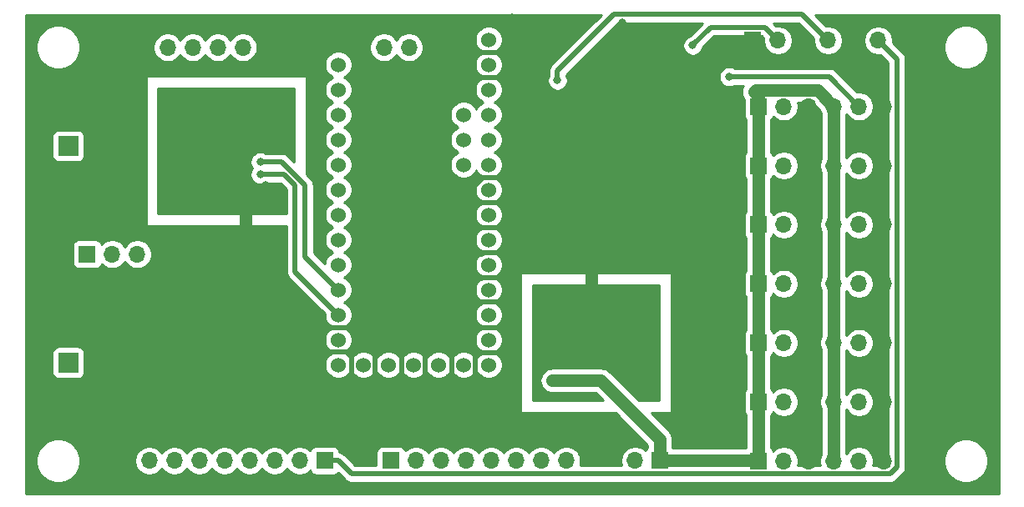
<source format=gbl>
G04 #@! TF.GenerationSoftware,KiCad,Pcbnew,5.1.5-52549c5~84~ubuntu18.04.1*
G04 #@! TF.CreationDate,2020-03-25T21:31:25-04:00*
G04 #@! TF.ProjectId,control,636f6e74-726f-46c2-9e6b-696361645f70,rev?*
G04 #@! TF.SameCoordinates,Original*
G04 #@! TF.FileFunction,Copper,L2,Bot*
G04 #@! TF.FilePolarity,Positive*
%FSLAX46Y46*%
G04 Gerber Fmt 4.6, Leading zero omitted, Abs format (unit mm)*
G04 Created by KiCad (PCBNEW 5.1.5-52549c5~84~ubuntu18.04.1) date 2020-03-25 21:31:25*
%MOMM*%
%LPD*%
G04 APERTURE LIST*
%ADD10C,1.524000*%
%ADD11O,1.700000X1.700000*%
%ADD12R,1.700000X1.700000*%
%ADD13R,2.000000X2.000000*%
%ADD14C,2.000000*%
%ADD15C,0.800000*%
%ADD16C,0.508000*%
%ADD17C,1.270000*%
%ADD18C,0.254000*%
G04 APERTURE END LIST*
D10*
X60080000Y-30920000D03*
X60080000Y-28380000D03*
X60080000Y-25840000D03*
X47380000Y-18220000D03*
X47380000Y-20760000D03*
X47380000Y-23300000D03*
X47380000Y-25840000D03*
X47380000Y-28380000D03*
X47380000Y-30920000D03*
X47380000Y-33460000D03*
X47380000Y-36000000D03*
X47380000Y-38540000D03*
X47380000Y-41080000D03*
X47380000Y-43620000D03*
X47380000Y-46160000D03*
X47380000Y-48700000D03*
X47380000Y-51240000D03*
X49920000Y-51240000D03*
X52460000Y-51240000D03*
X55000000Y-51240000D03*
X57540000Y-51240000D03*
X60080000Y-51240000D03*
X62620000Y-51240000D03*
X62620000Y-48700000D03*
X62620000Y-46160000D03*
X62620000Y-43620000D03*
X62620000Y-41080000D03*
X62620000Y-38540000D03*
X62620000Y-36000000D03*
X62620000Y-33460000D03*
X62620000Y-30920000D03*
X62620000Y-28380000D03*
X62620000Y-25840000D03*
X62620000Y-23300000D03*
X62620000Y-20760000D03*
X62620000Y-18220000D03*
D11*
X52000000Y-19000000D03*
X54540000Y-19000000D03*
D12*
X57080000Y-19000000D03*
D11*
X37700000Y-19000000D03*
X35160000Y-19000000D03*
X32620000Y-19000000D03*
X30080000Y-19000000D03*
X27540000Y-19000000D03*
D12*
X25000000Y-19000000D03*
X89408000Y-18288000D03*
D11*
X91948000Y-18288000D03*
X94488000Y-18288000D03*
X97028000Y-18288000D03*
X99568000Y-18288000D03*
X102108000Y-18288000D03*
D13*
X20000000Y-29000000D03*
D14*
X25000000Y-29000000D03*
X25000000Y-51000000D03*
D13*
X20000000Y-51000000D03*
D11*
X28220000Y-60960000D03*
X30760000Y-60960000D03*
X33300000Y-60960000D03*
X35840000Y-60960000D03*
X38380000Y-60960000D03*
X40920000Y-60960000D03*
X43460000Y-60960000D03*
D12*
X46000000Y-60960000D03*
X52705000Y-60960000D03*
D11*
X55245000Y-60960000D03*
X57785000Y-60960000D03*
X60325000Y-60960000D03*
X62865000Y-60960000D03*
X65405000Y-60960000D03*
X67945000Y-60960000D03*
X70485000Y-60960000D03*
D12*
X21920000Y-40000000D03*
D11*
X24460000Y-40000000D03*
X27000000Y-40000000D03*
X29540000Y-40000000D03*
X32080000Y-40000000D03*
X34620000Y-40000000D03*
D12*
X90000000Y-25000000D03*
D11*
X92540000Y-25000000D03*
X95080000Y-25000000D03*
X97620000Y-25000000D03*
X100160000Y-25000000D03*
X102700000Y-25000000D03*
X102700000Y-31000000D03*
X100160000Y-31000000D03*
X97620000Y-31000000D03*
X95080000Y-31000000D03*
X92540000Y-31000000D03*
D12*
X90000000Y-31000000D03*
X90000000Y-37000000D03*
D11*
X92540000Y-37000000D03*
X95080000Y-37000000D03*
X97620000Y-37000000D03*
X100160000Y-37000000D03*
X102700000Y-37000000D03*
X102700000Y-43000000D03*
X100160000Y-43000000D03*
X97620000Y-43000000D03*
X95080000Y-43000000D03*
X92540000Y-43000000D03*
D12*
X90000000Y-43000000D03*
D11*
X102700000Y-49000000D03*
X100160000Y-49000000D03*
X97620000Y-49000000D03*
X95080000Y-49000000D03*
X92540000Y-49000000D03*
D12*
X90000000Y-49000000D03*
X90000000Y-55000000D03*
D11*
X92540000Y-55000000D03*
X95080000Y-55000000D03*
X97620000Y-55000000D03*
X100160000Y-55000000D03*
X102700000Y-55000000D03*
X102700000Y-61000000D03*
X100160000Y-61000000D03*
X97620000Y-61000000D03*
X95080000Y-61000000D03*
X92540000Y-61000000D03*
D12*
X90000000Y-61000000D03*
X80010000Y-60960000D03*
D11*
X77470000Y-60960000D03*
D15*
X80000000Y-64000000D03*
X65000000Y-64000000D03*
X56000000Y-55000000D03*
X50000000Y-55000000D03*
X62000000Y-55000000D03*
X86000000Y-51000000D03*
X86000000Y-45000000D03*
X87000000Y-40000000D03*
X87000000Y-34000000D03*
X86000000Y-25000000D03*
X110000000Y-26000000D03*
X110000000Y-54000000D03*
X110000000Y-40000000D03*
X110000000Y-47000000D03*
X110000000Y-32000000D03*
X71755000Y-44654990D03*
X71755000Y-50800000D03*
X73660000Y-26570010D03*
X67310000Y-19050000D03*
X76200000Y-16510000D03*
X84000000Y-55000000D03*
X84000000Y-49000000D03*
X84000000Y-43000000D03*
X84000000Y-37000000D03*
X84000000Y-31000000D03*
X84000000Y-27000000D03*
X73000000Y-57000000D03*
X32000000Y-24000000D03*
X42000000Y-27000000D03*
X30000000Y-33000000D03*
X40000000Y-27000000D03*
X40000000Y-33000000D03*
X31000000Y-54000000D03*
X31000000Y-46000000D03*
X34000000Y-52000000D03*
X42000000Y-53000000D03*
X34000000Y-43000000D03*
X42000000Y-43000000D03*
X39500000Y-42750000D03*
X60000000Y-38000000D03*
X60000000Y-44000000D03*
X60000000Y-49000000D03*
X55000000Y-49000000D03*
X55000000Y-44000000D03*
X56000000Y-39000000D03*
X50000000Y-49000000D03*
X50003711Y-44003711D03*
X55000000Y-26000000D03*
X50000000Y-26000000D03*
X50000000Y-30000000D03*
X55000000Y-30000000D03*
X50000000Y-34000000D03*
X83000000Y-24000000D03*
X40000000Y-23500000D03*
X65000000Y-16000000D03*
X87000000Y-22000000D03*
X83312000Y-18796000D03*
X69596000Y-22352000D03*
X69088000Y-52832000D03*
X39475000Y-30635000D03*
X39475000Y-31905000D03*
D16*
X56000000Y-21000000D02*
X56000000Y-23000000D01*
X82000000Y-64000000D02*
X80000000Y-64000000D01*
X67000000Y-40000000D02*
X65000000Y-40000000D01*
D17*
X38000000Y-35000000D02*
X38000000Y-38000000D01*
X73000000Y-46000000D02*
X73000000Y-41000000D01*
D16*
X73660000Y-26570010D02*
X73094315Y-26570010D01*
X67310000Y-19050000D02*
X67310000Y-20690000D01*
X67310000Y-20690000D02*
X66000000Y-22000000D01*
X66000000Y-22000000D02*
X66000000Y-23000000D01*
X99568000Y-21868000D02*
X102700000Y-25000000D01*
X99568000Y-18288000D02*
X99568000Y-21868000D01*
X73000000Y-57000000D02*
X66000000Y-57000000D01*
X65000000Y-56000000D02*
X66000000Y-57000000D01*
X25000000Y-51000000D02*
X25000000Y-54000000D01*
X25000000Y-54000000D02*
X29000000Y-58000000D01*
X29540000Y-40000000D02*
X27540000Y-42000000D01*
X27540000Y-42000000D02*
X27000000Y-42000000D01*
X60000000Y-38000000D02*
X60000000Y-40000000D01*
X60000000Y-36000000D02*
X60000000Y-38000000D01*
X60000000Y-49000000D02*
X55000000Y-49000000D01*
X55000000Y-44000000D02*
X50000000Y-49000000D01*
X50003711Y-44003711D02*
X50000000Y-44000000D01*
X56000000Y-23000000D02*
X56000000Y-25000000D01*
X56000000Y-25000000D02*
X55000000Y-26000000D01*
X50000000Y-26000000D02*
X50000000Y-30000000D01*
X55000000Y-30000000D02*
X54000000Y-30000000D01*
X54000000Y-30000000D02*
X50000000Y-34000000D01*
X32000000Y-24000000D02*
X39500000Y-24000000D01*
X39500000Y-24000000D02*
X40000000Y-23500000D01*
X50399999Y-54600001D02*
X50000000Y-55000000D01*
X51136001Y-53863999D02*
X50399999Y-54600001D01*
X51136001Y-50136001D02*
X51136001Y-53863999D01*
X50000000Y-49000000D02*
X51136001Y-50136001D01*
X49083999Y-49916001D02*
X46083999Y-49916001D01*
X50000000Y-49000000D02*
X49083999Y-49916001D01*
X48483999Y-47483999D02*
X46016001Y-47483999D01*
X50000000Y-49000000D02*
X48483999Y-47483999D01*
X53783999Y-50216001D02*
X53783999Y-52716001D01*
X55000000Y-49000000D02*
X53783999Y-50216001D01*
X56216001Y-50216001D02*
X56216001Y-52783999D01*
X55000000Y-49000000D02*
X56216001Y-50216001D01*
X58863999Y-50136001D02*
X58863999Y-52136001D01*
X60000000Y-49000000D02*
X58863999Y-50136001D01*
X58863999Y-52136001D02*
X58500000Y-52500000D01*
X61296001Y-50296001D02*
X61296001Y-52296001D01*
X60000000Y-49000000D02*
X61296001Y-50296001D01*
X48703999Y-50296001D02*
X48703999Y-52296001D01*
X50000000Y-49000000D02*
X48703999Y-50296001D01*
X60000000Y-49000000D02*
X61000000Y-50000000D01*
X61000000Y-50000000D02*
X63500000Y-50000000D01*
X61516001Y-47483999D02*
X63483999Y-47483999D01*
X60000000Y-49000000D02*
X61516001Y-47483999D01*
X60836001Y-44836001D02*
X63336001Y-44836001D01*
X60000000Y-44000000D02*
X60836001Y-44836001D01*
X62036319Y-42403999D02*
X63903999Y-42403999D01*
X61940318Y-42500000D02*
X62036319Y-42403999D01*
X60000000Y-42500000D02*
X61940318Y-42500000D01*
X60000000Y-42500000D02*
X60000000Y-44000000D01*
X60000000Y-40000000D02*
X60000000Y-42500000D01*
X64863999Y-39863999D02*
X65000000Y-40000000D01*
X62036319Y-39863999D02*
X64863999Y-39863999D01*
X61900318Y-40000000D02*
X62036319Y-39863999D01*
X60000000Y-40000000D02*
X61900318Y-40000000D01*
X60676001Y-37323999D02*
X63823999Y-37323999D01*
X60000000Y-38000000D02*
X60676001Y-37323999D01*
X61216001Y-34783999D02*
X64283999Y-34783999D01*
X60000000Y-36000000D02*
X61216001Y-34783999D01*
X60000000Y-36000000D02*
X60000000Y-34280318D01*
X62036319Y-32243999D02*
X63756001Y-32243999D01*
X60000000Y-34280318D02*
X62036319Y-32243999D01*
X63756001Y-32243999D02*
X64000000Y-32000000D01*
X66816001Y-19543999D02*
X62043999Y-19543999D01*
X67310000Y-19050000D02*
X66816001Y-19543999D01*
X64276001Y-22083999D02*
X62083999Y-22083999D01*
X67310000Y-19050000D02*
X64276001Y-22083999D01*
X62083999Y-22083999D02*
X61583999Y-22083999D01*
X67310000Y-19050000D02*
X67310000Y-18310000D01*
X67310000Y-18310000D02*
X65000000Y-16000000D01*
X97160000Y-22000000D02*
X100160000Y-25000000D01*
X87000000Y-22000000D02*
X97160000Y-22000000D01*
X104004001Y-61625921D02*
X104004001Y-20184001D01*
X102957999Y-19137999D02*
X102108000Y-18288000D01*
X104004001Y-20184001D02*
X102957999Y-19137999D01*
X103325921Y-62304001D02*
X104004001Y-61625921D01*
X47358000Y-60960000D02*
X48702001Y-62304001D01*
X48702001Y-62304001D02*
X103325921Y-62304001D01*
X46000000Y-60960000D02*
X47358000Y-60960000D01*
X85124001Y-16983999D02*
X83312000Y-18796000D01*
X90643999Y-16983999D02*
X85124001Y-16983999D01*
X91948000Y-18288000D02*
X90643999Y-16983999D01*
X69596000Y-22352000D02*
X69596000Y-21404000D01*
X94395999Y-15655999D02*
X96178001Y-17438001D01*
X96178001Y-17438001D02*
X97028000Y-18288000D01*
X75344001Y-15655999D02*
X94395999Y-15655999D01*
X69596000Y-21404000D02*
X75344001Y-15655999D01*
D17*
X90000000Y-61000000D02*
X90000000Y-55000000D01*
X90000000Y-55000000D02*
X90000000Y-49000000D01*
X90000000Y-49000000D02*
X90000000Y-43000000D01*
X90000000Y-43000000D02*
X90000000Y-37000000D01*
X90000000Y-37000000D02*
X90000000Y-31000000D01*
X90000000Y-31000000D02*
X90000000Y-25000000D01*
X97620000Y-61000000D02*
X97620000Y-55000000D01*
X97620000Y-55000000D02*
X97620000Y-49000000D01*
X97620000Y-49000000D02*
X97620000Y-43000000D01*
X97620000Y-43000000D02*
X97620000Y-37000000D01*
X97620000Y-37000000D02*
X97620000Y-31000000D01*
X97620000Y-31000000D02*
X97620000Y-25000000D01*
X90000000Y-23960000D02*
X89535000Y-23495000D01*
X90000000Y-25000000D02*
X90000000Y-23960000D01*
X80010000Y-58840000D02*
X80010000Y-60960000D01*
X74002000Y-52832000D02*
X80010000Y-58840000D01*
X69088000Y-52832000D02*
X74002000Y-52832000D01*
X89960000Y-60960000D02*
X90000000Y-61000000D01*
X80010000Y-60960000D02*
X89960000Y-60960000D01*
X89715001Y-23314999D02*
X89535000Y-23495000D01*
X95934999Y-23314999D02*
X89715001Y-23314999D01*
X97620000Y-25000000D02*
X95934999Y-23314999D01*
D16*
X47380000Y-43620000D02*
X44000000Y-40240000D01*
X44000000Y-40240000D02*
X44000000Y-33000000D01*
X44000000Y-33000000D02*
X41635000Y-30635000D01*
X41635000Y-30635000D02*
X39475000Y-30635000D01*
X47380000Y-46160000D02*
X42999362Y-41779362D01*
X42999362Y-41779362D02*
X42999362Y-33000638D01*
X42999362Y-33000638D02*
X41903724Y-31905000D01*
X41903724Y-31905000D02*
X39475000Y-31905000D01*
D18*
G36*
X79873000Y-54873000D02*
G01*
X77839050Y-54873000D01*
X74944141Y-51978091D01*
X74904370Y-51929630D01*
X74710988Y-51770925D01*
X74490359Y-51652997D01*
X74250963Y-51580377D01*
X74064380Y-51562000D01*
X74064373Y-51562000D01*
X74002000Y-51555857D01*
X73939627Y-51562000D01*
X69025620Y-51562000D01*
X68839037Y-51580377D01*
X68599641Y-51652997D01*
X68379012Y-51770925D01*
X68185630Y-51929630D01*
X68026925Y-52123012D01*
X67908997Y-52343641D01*
X67836377Y-52583037D01*
X67811856Y-52832000D01*
X67836377Y-53080963D01*
X67908997Y-53320359D01*
X68026925Y-53540988D01*
X68185630Y-53734370D01*
X68379012Y-53893075D01*
X68599641Y-54011003D01*
X68839037Y-54083623D01*
X69025620Y-54102000D01*
X73475950Y-54102000D01*
X74246950Y-54873000D01*
X67127000Y-54873000D01*
X67127000Y-43127000D01*
X79873000Y-43127000D01*
X79873000Y-54873000D01*
G37*
X79873000Y-54873000D02*
X77839050Y-54873000D01*
X74944141Y-51978091D01*
X74904370Y-51929630D01*
X74710988Y-51770925D01*
X74490359Y-51652997D01*
X74250963Y-51580377D01*
X74064380Y-51562000D01*
X74064373Y-51562000D01*
X74002000Y-51555857D01*
X73939627Y-51562000D01*
X69025620Y-51562000D01*
X68839037Y-51580377D01*
X68599641Y-51652997D01*
X68379012Y-51770925D01*
X68185630Y-51929630D01*
X68026925Y-52123012D01*
X67908997Y-52343641D01*
X67836377Y-52583037D01*
X67811856Y-52832000D01*
X67836377Y-53080963D01*
X67908997Y-53320359D01*
X68026925Y-53540988D01*
X68185630Y-53734370D01*
X68379012Y-53893075D01*
X68599641Y-54011003D01*
X68839037Y-54083623D01*
X69025620Y-54102000D01*
X73475950Y-54102000D01*
X74246950Y-54873000D01*
X67127000Y-54873000D01*
X67127000Y-43127000D01*
X79873000Y-43127000D01*
X79873000Y-54873000D01*
G36*
X42873000Y-30615765D02*
G01*
X42294499Y-30037264D01*
X42266659Y-30003341D01*
X42131291Y-29892247D01*
X41976851Y-29809697D01*
X41809274Y-29758864D01*
X41678667Y-29746000D01*
X41678660Y-29746000D01*
X41635000Y-29741700D01*
X41591340Y-29746000D01*
X40007468Y-29746000D01*
X39965256Y-29717795D01*
X39776898Y-29639774D01*
X39576939Y-29600000D01*
X39373061Y-29600000D01*
X39173102Y-29639774D01*
X38984744Y-29717795D01*
X38815226Y-29831063D01*
X38671063Y-29975226D01*
X38557795Y-30144744D01*
X38479774Y-30333102D01*
X38440000Y-30533061D01*
X38440000Y-30736939D01*
X38479774Y-30936898D01*
X38557795Y-31125256D01*
X38654510Y-31270000D01*
X38557795Y-31414744D01*
X38479774Y-31603102D01*
X38440000Y-31803061D01*
X38440000Y-32006939D01*
X38479774Y-32206898D01*
X38557795Y-32395256D01*
X38671063Y-32564774D01*
X38815226Y-32708937D01*
X38984744Y-32822205D01*
X39173102Y-32900226D01*
X39373061Y-32940000D01*
X39576939Y-32940000D01*
X39776898Y-32900226D01*
X39965256Y-32822205D01*
X40007468Y-32794000D01*
X41535489Y-32794000D01*
X42110363Y-33368875D01*
X42110363Y-35873000D01*
X29127000Y-35873000D01*
X29127000Y-23127000D01*
X42873000Y-23127000D01*
X42873000Y-30615765D01*
G37*
X42873000Y-30615765D02*
X42294499Y-30037264D01*
X42266659Y-30003341D01*
X42131291Y-29892247D01*
X41976851Y-29809697D01*
X41809274Y-29758864D01*
X41678667Y-29746000D01*
X41678660Y-29746000D01*
X41635000Y-29741700D01*
X41591340Y-29746000D01*
X40007468Y-29746000D01*
X39965256Y-29717795D01*
X39776898Y-29639774D01*
X39576939Y-29600000D01*
X39373061Y-29600000D01*
X39173102Y-29639774D01*
X38984744Y-29717795D01*
X38815226Y-29831063D01*
X38671063Y-29975226D01*
X38557795Y-30144744D01*
X38479774Y-30333102D01*
X38440000Y-30533061D01*
X38440000Y-30736939D01*
X38479774Y-30936898D01*
X38557795Y-31125256D01*
X38654510Y-31270000D01*
X38557795Y-31414744D01*
X38479774Y-31603102D01*
X38440000Y-31803061D01*
X38440000Y-32006939D01*
X38479774Y-32206898D01*
X38557795Y-32395256D01*
X38671063Y-32564774D01*
X38815226Y-32708937D01*
X38984744Y-32822205D01*
X39173102Y-32900226D01*
X39373061Y-32940000D01*
X39576939Y-32940000D01*
X39776898Y-32900226D01*
X39965256Y-32822205D01*
X40007468Y-32794000D01*
X41535489Y-32794000D01*
X42110363Y-33368875D01*
X42110363Y-35873000D01*
X29127000Y-35873000D01*
X29127000Y-23127000D01*
X42873000Y-23127000D01*
X42873000Y-30615765D01*
G36*
X27873000Y-37000000D02*
G01*
X27875440Y-37024776D01*
X27882667Y-37048601D01*
X27894403Y-37070557D01*
X27910197Y-37089803D01*
X27929443Y-37105597D01*
X27951399Y-37117333D01*
X27975224Y-37124560D01*
X28000000Y-37127000D01*
X42110363Y-37127000D01*
X42110362Y-41735702D01*
X42106062Y-41779362D01*
X42110362Y-41823022D01*
X42110362Y-41823028D01*
X42123226Y-41953635D01*
X42174059Y-42121212D01*
X42256609Y-42275652D01*
X42367703Y-42411021D01*
X42401626Y-42438861D01*
X45983360Y-46020596D01*
X45983000Y-46022408D01*
X45983000Y-46297592D01*
X46036686Y-46567490D01*
X46141995Y-46821727D01*
X46294880Y-47050535D01*
X46489465Y-47245120D01*
X46718273Y-47398005D01*
X46795515Y-47430000D01*
X46718273Y-47461995D01*
X46489465Y-47614880D01*
X46294880Y-47809465D01*
X46141995Y-48038273D01*
X46036686Y-48292510D01*
X45983000Y-48562408D01*
X45983000Y-48837592D01*
X46036686Y-49107490D01*
X46141995Y-49361727D01*
X46294880Y-49590535D01*
X46489465Y-49785120D01*
X46718273Y-49938005D01*
X46795515Y-49970000D01*
X46718273Y-50001995D01*
X46489465Y-50154880D01*
X46294880Y-50349465D01*
X46141995Y-50578273D01*
X46036686Y-50832510D01*
X45983000Y-51102408D01*
X45983000Y-51377592D01*
X46036686Y-51647490D01*
X46141995Y-51901727D01*
X46294880Y-52130535D01*
X46489465Y-52325120D01*
X46718273Y-52478005D01*
X46972510Y-52583314D01*
X47242408Y-52637000D01*
X47517592Y-52637000D01*
X47787490Y-52583314D01*
X48041727Y-52478005D01*
X48270535Y-52325120D01*
X48465120Y-52130535D01*
X48618005Y-51901727D01*
X48650000Y-51824485D01*
X48681995Y-51901727D01*
X48834880Y-52130535D01*
X49029465Y-52325120D01*
X49258273Y-52478005D01*
X49512510Y-52583314D01*
X49782408Y-52637000D01*
X50057592Y-52637000D01*
X50327490Y-52583314D01*
X50581727Y-52478005D01*
X50810535Y-52325120D01*
X51005120Y-52130535D01*
X51158005Y-51901727D01*
X51190000Y-51824485D01*
X51221995Y-51901727D01*
X51374880Y-52130535D01*
X51569465Y-52325120D01*
X51798273Y-52478005D01*
X52052510Y-52583314D01*
X52322408Y-52637000D01*
X52597592Y-52637000D01*
X52867490Y-52583314D01*
X53121727Y-52478005D01*
X53350535Y-52325120D01*
X53545120Y-52130535D01*
X53698005Y-51901727D01*
X53730000Y-51824485D01*
X53761995Y-51901727D01*
X53914880Y-52130535D01*
X54109465Y-52325120D01*
X54338273Y-52478005D01*
X54592510Y-52583314D01*
X54862408Y-52637000D01*
X55137592Y-52637000D01*
X55407490Y-52583314D01*
X55661727Y-52478005D01*
X55890535Y-52325120D01*
X56085120Y-52130535D01*
X56238005Y-51901727D01*
X56270000Y-51824485D01*
X56301995Y-51901727D01*
X56454880Y-52130535D01*
X56649465Y-52325120D01*
X56878273Y-52478005D01*
X57132510Y-52583314D01*
X57402408Y-52637000D01*
X57677592Y-52637000D01*
X57947490Y-52583314D01*
X58201727Y-52478005D01*
X58430535Y-52325120D01*
X58625120Y-52130535D01*
X58778005Y-51901727D01*
X58810000Y-51824485D01*
X58841995Y-51901727D01*
X58994880Y-52130535D01*
X59189465Y-52325120D01*
X59418273Y-52478005D01*
X59672510Y-52583314D01*
X59942408Y-52637000D01*
X60217592Y-52637000D01*
X60487490Y-52583314D01*
X60741727Y-52478005D01*
X60970535Y-52325120D01*
X61165120Y-52130535D01*
X61318005Y-51901727D01*
X61350000Y-51824485D01*
X61381995Y-51901727D01*
X61534880Y-52130535D01*
X61729465Y-52325120D01*
X61958273Y-52478005D01*
X62212510Y-52583314D01*
X62482408Y-52637000D01*
X62757592Y-52637000D01*
X63027490Y-52583314D01*
X63281727Y-52478005D01*
X63510535Y-52325120D01*
X63705120Y-52130535D01*
X63858005Y-51901727D01*
X63963314Y-51647490D01*
X64017000Y-51377592D01*
X64017000Y-51102408D01*
X63963314Y-50832510D01*
X63858005Y-50578273D01*
X63705120Y-50349465D01*
X63510535Y-50154880D01*
X63281727Y-50001995D01*
X63204485Y-49970000D01*
X63281727Y-49938005D01*
X63510535Y-49785120D01*
X63705120Y-49590535D01*
X63858005Y-49361727D01*
X63963314Y-49107490D01*
X64017000Y-48837592D01*
X64017000Y-48562408D01*
X63963314Y-48292510D01*
X63858005Y-48038273D01*
X63705120Y-47809465D01*
X63510535Y-47614880D01*
X63281727Y-47461995D01*
X63204485Y-47430000D01*
X63281727Y-47398005D01*
X63510535Y-47245120D01*
X63705120Y-47050535D01*
X63858005Y-46821727D01*
X63963314Y-46567490D01*
X64017000Y-46297592D01*
X64017000Y-46022408D01*
X63963314Y-45752510D01*
X63858005Y-45498273D01*
X63705120Y-45269465D01*
X63510535Y-45074880D01*
X63281727Y-44921995D01*
X63204485Y-44890000D01*
X63281727Y-44858005D01*
X63510535Y-44705120D01*
X63705120Y-44510535D01*
X63858005Y-44281727D01*
X63963314Y-44027490D01*
X64017000Y-43757592D01*
X64017000Y-43482408D01*
X63963314Y-43212510D01*
X63858005Y-42958273D01*
X63705120Y-42729465D01*
X63510535Y-42534880D01*
X63281727Y-42381995D01*
X63204485Y-42350000D01*
X63281727Y-42318005D01*
X63510535Y-42165120D01*
X63705120Y-41970535D01*
X63858005Y-41741727D01*
X63963314Y-41487490D01*
X64017000Y-41217592D01*
X64017000Y-40942408D01*
X63963314Y-40672510D01*
X63858005Y-40418273D01*
X63705120Y-40189465D01*
X63510535Y-39994880D01*
X63281727Y-39841995D01*
X63204485Y-39810000D01*
X63281727Y-39778005D01*
X63510535Y-39625120D01*
X63705120Y-39430535D01*
X63858005Y-39201727D01*
X63963314Y-38947490D01*
X64017000Y-38677592D01*
X64017000Y-38402408D01*
X63963314Y-38132510D01*
X63858005Y-37878273D01*
X63705120Y-37649465D01*
X63510535Y-37454880D01*
X63281727Y-37301995D01*
X63204485Y-37270000D01*
X63281727Y-37238005D01*
X63510535Y-37085120D01*
X63705120Y-36890535D01*
X63858005Y-36661727D01*
X63963314Y-36407490D01*
X64017000Y-36137592D01*
X64017000Y-35862408D01*
X63963314Y-35592510D01*
X63858005Y-35338273D01*
X63705120Y-35109465D01*
X63510535Y-34914880D01*
X63281727Y-34761995D01*
X63204485Y-34730000D01*
X63281727Y-34698005D01*
X63510535Y-34545120D01*
X63705120Y-34350535D01*
X63858005Y-34121727D01*
X63963314Y-33867490D01*
X64017000Y-33597592D01*
X64017000Y-33322408D01*
X63963314Y-33052510D01*
X63858005Y-32798273D01*
X63705120Y-32569465D01*
X63510535Y-32374880D01*
X63281727Y-32221995D01*
X63204485Y-32190000D01*
X63281727Y-32158005D01*
X63510535Y-32005120D01*
X63705120Y-31810535D01*
X63858005Y-31581727D01*
X63963314Y-31327490D01*
X64017000Y-31057592D01*
X64017000Y-30782408D01*
X63963314Y-30512510D01*
X63858005Y-30258273D01*
X63705120Y-30029465D01*
X63510535Y-29834880D01*
X63281727Y-29681995D01*
X63204485Y-29650000D01*
X63281727Y-29618005D01*
X63510535Y-29465120D01*
X63705120Y-29270535D01*
X63858005Y-29041727D01*
X63963314Y-28787490D01*
X64017000Y-28517592D01*
X64017000Y-28242408D01*
X63963314Y-27972510D01*
X63858005Y-27718273D01*
X63705120Y-27489465D01*
X63510535Y-27294880D01*
X63281727Y-27141995D01*
X63204485Y-27110000D01*
X63281727Y-27078005D01*
X63510535Y-26925120D01*
X63705120Y-26730535D01*
X63858005Y-26501727D01*
X63963314Y-26247490D01*
X64017000Y-25977592D01*
X64017000Y-25702408D01*
X63963314Y-25432510D01*
X63858005Y-25178273D01*
X63705120Y-24949465D01*
X63510535Y-24754880D01*
X63281727Y-24601995D01*
X63204485Y-24570000D01*
X63281727Y-24538005D01*
X63510535Y-24385120D01*
X63705120Y-24190535D01*
X63858005Y-23961727D01*
X63963314Y-23707490D01*
X64017000Y-23437592D01*
X64017000Y-23162408D01*
X63963314Y-22892510D01*
X63858005Y-22638273D01*
X63705120Y-22409465D01*
X63510535Y-22214880D01*
X63281727Y-22061995D01*
X63204485Y-22030000D01*
X63281727Y-21998005D01*
X63510535Y-21845120D01*
X63705120Y-21650535D01*
X63858005Y-21421727D01*
X63963314Y-21167490D01*
X64017000Y-20897592D01*
X64017000Y-20622408D01*
X63963314Y-20352510D01*
X63858005Y-20098273D01*
X63705120Y-19869465D01*
X63510535Y-19674880D01*
X63281727Y-19521995D01*
X63204485Y-19490000D01*
X63281727Y-19458005D01*
X63510535Y-19305120D01*
X63705120Y-19110535D01*
X63858005Y-18881727D01*
X63963314Y-18627490D01*
X64017000Y-18357592D01*
X64017000Y-18082408D01*
X63963314Y-17812510D01*
X63858005Y-17558273D01*
X63705120Y-17329465D01*
X63510535Y-17134880D01*
X63281727Y-16981995D01*
X63027490Y-16876686D01*
X62757592Y-16823000D01*
X62482408Y-16823000D01*
X62212510Y-16876686D01*
X61958273Y-16981995D01*
X61729465Y-17134880D01*
X61534880Y-17329465D01*
X61381995Y-17558273D01*
X61276686Y-17812510D01*
X61223000Y-18082408D01*
X61223000Y-18357592D01*
X61276686Y-18627490D01*
X61381995Y-18881727D01*
X61534880Y-19110535D01*
X61729465Y-19305120D01*
X61958273Y-19458005D01*
X62035515Y-19490000D01*
X61958273Y-19521995D01*
X61729465Y-19674880D01*
X61534880Y-19869465D01*
X61381995Y-20098273D01*
X61276686Y-20352510D01*
X61223000Y-20622408D01*
X61223000Y-20897592D01*
X61276686Y-21167490D01*
X61381995Y-21421727D01*
X61534880Y-21650535D01*
X61729465Y-21845120D01*
X61958273Y-21998005D01*
X62035515Y-22030000D01*
X61958273Y-22061995D01*
X61729465Y-22214880D01*
X61534880Y-22409465D01*
X61381995Y-22638273D01*
X61276686Y-22892510D01*
X61223000Y-23162408D01*
X61223000Y-23437592D01*
X61276686Y-23707490D01*
X61381995Y-23961727D01*
X61534880Y-24190535D01*
X61729465Y-24385120D01*
X61958273Y-24538005D01*
X62035515Y-24570000D01*
X61958273Y-24601995D01*
X61729465Y-24754880D01*
X61534880Y-24949465D01*
X61381995Y-25178273D01*
X61350000Y-25255515D01*
X61318005Y-25178273D01*
X61165120Y-24949465D01*
X60970535Y-24754880D01*
X60741727Y-24601995D01*
X60487490Y-24496686D01*
X60217592Y-24443000D01*
X59942408Y-24443000D01*
X59672510Y-24496686D01*
X59418273Y-24601995D01*
X59189465Y-24754880D01*
X58994880Y-24949465D01*
X58841995Y-25178273D01*
X58736686Y-25432510D01*
X58683000Y-25702408D01*
X58683000Y-25977592D01*
X58736686Y-26247490D01*
X58841995Y-26501727D01*
X58994880Y-26730535D01*
X59189465Y-26925120D01*
X59418273Y-27078005D01*
X59495515Y-27110000D01*
X59418273Y-27141995D01*
X59189465Y-27294880D01*
X58994880Y-27489465D01*
X58841995Y-27718273D01*
X58736686Y-27972510D01*
X58683000Y-28242408D01*
X58683000Y-28517592D01*
X58736686Y-28787490D01*
X58841995Y-29041727D01*
X58994880Y-29270535D01*
X59189465Y-29465120D01*
X59418273Y-29618005D01*
X59495515Y-29650000D01*
X59418273Y-29681995D01*
X59189465Y-29834880D01*
X58994880Y-30029465D01*
X58841995Y-30258273D01*
X58736686Y-30512510D01*
X58683000Y-30782408D01*
X58683000Y-31057592D01*
X58736686Y-31327490D01*
X58841995Y-31581727D01*
X58994880Y-31810535D01*
X59189465Y-32005120D01*
X59418273Y-32158005D01*
X59672510Y-32263314D01*
X59942408Y-32317000D01*
X60217592Y-32317000D01*
X60487490Y-32263314D01*
X60741727Y-32158005D01*
X60970535Y-32005120D01*
X61165120Y-31810535D01*
X61318005Y-31581727D01*
X61350000Y-31504485D01*
X61381995Y-31581727D01*
X61534880Y-31810535D01*
X61729465Y-32005120D01*
X61958273Y-32158005D01*
X62035515Y-32190000D01*
X61958273Y-32221995D01*
X61729465Y-32374880D01*
X61534880Y-32569465D01*
X61381995Y-32798273D01*
X61276686Y-33052510D01*
X61223000Y-33322408D01*
X61223000Y-33597592D01*
X61276686Y-33867490D01*
X61381995Y-34121727D01*
X61534880Y-34350535D01*
X61729465Y-34545120D01*
X61958273Y-34698005D01*
X62035515Y-34730000D01*
X61958273Y-34761995D01*
X61729465Y-34914880D01*
X61534880Y-35109465D01*
X61381995Y-35338273D01*
X61276686Y-35592510D01*
X61223000Y-35862408D01*
X61223000Y-36137592D01*
X61276686Y-36407490D01*
X61381995Y-36661727D01*
X61534880Y-36890535D01*
X61729465Y-37085120D01*
X61958273Y-37238005D01*
X62035515Y-37270000D01*
X61958273Y-37301995D01*
X61729465Y-37454880D01*
X61534880Y-37649465D01*
X61381995Y-37878273D01*
X61276686Y-38132510D01*
X61223000Y-38402408D01*
X61223000Y-38677592D01*
X61276686Y-38947490D01*
X61381995Y-39201727D01*
X61534880Y-39430535D01*
X61729465Y-39625120D01*
X61958273Y-39778005D01*
X62035515Y-39810000D01*
X61958273Y-39841995D01*
X61729465Y-39994880D01*
X61534880Y-40189465D01*
X61381995Y-40418273D01*
X61276686Y-40672510D01*
X61223000Y-40942408D01*
X61223000Y-41217592D01*
X61276686Y-41487490D01*
X61381995Y-41741727D01*
X61534880Y-41970535D01*
X61729465Y-42165120D01*
X61958273Y-42318005D01*
X62035515Y-42350000D01*
X61958273Y-42381995D01*
X61729465Y-42534880D01*
X61534880Y-42729465D01*
X61381995Y-42958273D01*
X61276686Y-43212510D01*
X61223000Y-43482408D01*
X61223000Y-43757592D01*
X61276686Y-44027490D01*
X61381995Y-44281727D01*
X61534880Y-44510535D01*
X61729465Y-44705120D01*
X61958273Y-44858005D01*
X62035515Y-44890000D01*
X61958273Y-44921995D01*
X61729465Y-45074880D01*
X61534880Y-45269465D01*
X61381995Y-45498273D01*
X61276686Y-45752510D01*
X61223000Y-46022408D01*
X61223000Y-46297592D01*
X61276686Y-46567490D01*
X61381995Y-46821727D01*
X61534880Y-47050535D01*
X61729465Y-47245120D01*
X61958273Y-47398005D01*
X62035515Y-47430000D01*
X61958273Y-47461995D01*
X61729465Y-47614880D01*
X61534880Y-47809465D01*
X61381995Y-48038273D01*
X61276686Y-48292510D01*
X61223000Y-48562408D01*
X61223000Y-48837592D01*
X61276686Y-49107490D01*
X61381995Y-49361727D01*
X61534880Y-49590535D01*
X61729465Y-49785120D01*
X61958273Y-49938005D01*
X62035515Y-49970000D01*
X61958273Y-50001995D01*
X61729465Y-50154880D01*
X61534880Y-50349465D01*
X61381995Y-50578273D01*
X61350000Y-50655515D01*
X61318005Y-50578273D01*
X61165120Y-50349465D01*
X60970535Y-50154880D01*
X60741727Y-50001995D01*
X60487490Y-49896686D01*
X60217592Y-49843000D01*
X59942408Y-49843000D01*
X59672510Y-49896686D01*
X59418273Y-50001995D01*
X59189465Y-50154880D01*
X58994880Y-50349465D01*
X58841995Y-50578273D01*
X58810000Y-50655515D01*
X58778005Y-50578273D01*
X58625120Y-50349465D01*
X58430535Y-50154880D01*
X58201727Y-50001995D01*
X57947490Y-49896686D01*
X57677592Y-49843000D01*
X57402408Y-49843000D01*
X57132510Y-49896686D01*
X56878273Y-50001995D01*
X56649465Y-50154880D01*
X56454880Y-50349465D01*
X56301995Y-50578273D01*
X56270000Y-50655515D01*
X56238005Y-50578273D01*
X56085120Y-50349465D01*
X55890535Y-50154880D01*
X55661727Y-50001995D01*
X55407490Y-49896686D01*
X55137592Y-49843000D01*
X54862408Y-49843000D01*
X54592510Y-49896686D01*
X54338273Y-50001995D01*
X54109465Y-50154880D01*
X53914880Y-50349465D01*
X53761995Y-50578273D01*
X53730000Y-50655515D01*
X53698005Y-50578273D01*
X53545120Y-50349465D01*
X53350535Y-50154880D01*
X53121727Y-50001995D01*
X52867490Y-49896686D01*
X52597592Y-49843000D01*
X52322408Y-49843000D01*
X52052510Y-49896686D01*
X51798273Y-50001995D01*
X51569465Y-50154880D01*
X51374880Y-50349465D01*
X51221995Y-50578273D01*
X51190000Y-50655515D01*
X51158005Y-50578273D01*
X51005120Y-50349465D01*
X50810535Y-50154880D01*
X50581727Y-50001995D01*
X50327490Y-49896686D01*
X50057592Y-49843000D01*
X49782408Y-49843000D01*
X49512510Y-49896686D01*
X49258273Y-50001995D01*
X49029465Y-50154880D01*
X48834880Y-50349465D01*
X48681995Y-50578273D01*
X48650000Y-50655515D01*
X48618005Y-50578273D01*
X48465120Y-50349465D01*
X48270535Y-50154880D01*
X48041727Y-50001995D01*
X47964485Y-49970000D01*
X48041727Y-49938005D01*
X48270535Y-49785120D01*
X48465120Y-49590535D01*
X48618005Y-49361727D01*
X48723314Y-49107490D01*
X48777000Y-48837592D01*
X48777000Y-48562408D01*
X48723314Y-48292510D01*
X48618005Y-48038273D01*
X48465120Y-47809465D01*
X48270535Y-47614880D01*
X48041727Y-47461995D01*
X47964485Y-47430000D01*
X48041727Y-47398005D01*
X48270535Y-47245120D01*
X48465120Y-47050535D01*
X48618005Y-46821727D01*
X48723314Y-46567490D01*
X48777000Y-46297592D01*
X48777000Y-46022408D01*
X48723314Y-45752510D01*
X48618005Y-45498273D01*
X48465120Y-45269465D01*
X48270535Y-45074880D01*
X48041727Y-44921995D01*
X47964485Y-44890000D01*
X48041727Y-44858005D01*
X48270535Y-44705120D01*
X48465120Y-44510535D01*
X48618005Y-44281727D01*
X48723314Y-44027490D01*
X48777000Y-43757592D01*
X48777000Y-43482408D01*
X48723314Y-43212510D01*
X48618005Y-42958273D01*
X48465120Y-42729465D01*
X48270535Y-42534880D01*
X48041727Y-42381995D01*
X47964485Y-42350000D01*
X48041727Y-42318005D01*
X48270535Y-42165120D01*
X48465120Y-41970535D01*
X48618005Y-41741727D01*
X48723314Y-41487490D01*
X48777000Y-41217592D01*
X48777000Y-40942408D01*
X48723314Y-40672510D01*
X48618005Y-40418273D01*
X48465120Y-40189465D01*
X48270535Y-39994880D01*
X48041727Y-39841995D01*
X47964485Y-39810000D01*
X48041727Y-39778005D01*
X48270535Y-39625120D01*
X48465120Y-39430535D01*
X48618005Y-39201727D01*
X48723314Y-38947490D01*
X48777000Y-38677592D01*
X48777000Y-38402408D01*
X48723314Y-38132510D01*
X48618005Y-37878273D01*
X48465120Y-37649465D01*
X48270535Y-37454880D01*
X48041727Y-37301995D01*
X47964485Y-37270000D01*
X48041727Y-37238005D01*
X48270535Y-37085120D01*
X48465120Y-36890535D01*
X48618005Y-36661727D01*
X48723314Y-36407490D01*
X48777000Y-36137592D01*
X48777000Y-35862408D01*
X48723314Y-35592510D01*
X48618005Y-35338273D01*
X48465120Y-35109465D01*
X48270535Y-34914880D01*
X48041727Y-34761995D01*
X47964485Y-34730000D01*
X48041727Y-34698005D01*
X48270535Y-34545120D01*
X48465120Y-34350535D01*
X48618005Y-34121727D01*
X48723314Y-33867490D01*
X48777000Y-33597592D01*
X48777000Y-33322408D01*
X48723314Y-33052510D01*
X48618005Y-32798273D01*
X48465120Y-32569465D01*
X48270535Y-32374880D01*
X48041727Y-32221995D01*
X47964485Y-32190000D01*
X48041727Y-32158005D01*
X48270535Y-32005120D01*
X48465120Y-31810535D01*
X48618005Y-31581727D01*
X48723314Y-31327490D01*
X48777000Y-31057592D01*
X48777000Y-30782408D01*
X48723314Y-30512510D01*
X48618005Y-30258273D01*
X48465120Y-30029465D01*
X48270535Y-29834880D01*
X48041727Y-29681995D01*
X47964485Y-29650000D01*
X48041727Y-29618005D01*
X48270535Y-29465120D01*
X48465120Y-29270535D01*
X48618005Y-29041727D01*
X48723314Y-28787490D01*
X48777000Y-28517592D01*
X48777000Y-28242408D01*
X48723314Y-27972510D01*
X48618005Y-27718273D01*
X48465120Y-27489465D01*
X48270535Y-27294880D01*
X48041727Y-27141995D01*
X47964485Y-27110000D01*
X48041727Y-27078005D01*
X48270535Y-26925120D01*
X48465120Y-26730535D01*
X48618005Y-26501727D01*
X48723314Y-26247490D01*
X48777000Y-25977592D01*
X48777000Y-25702408D01*
X48723314Y-25432510D01*
X48618005Y-25178273D01*
X48465120Y-24949465D01*
X48270535Y-24754880D01*
X48041727Y-24601995D01*
X47964485Y-24570000D01*
X48041727Y-24538005D01*
X48270535Y-24385120D01*
X48465120Y-24190535D01*
X48618005Y-23961727D01*
X48723314Y-23707490D01*
X48777000Y-23437592D01*
X48777000Y-23162408D01*
X48723314Y-22892510D01*
X48618005Y-22638273D01*
X48465120Y-22409465D01*
X48270535Y-22214880D01*
X48041727Y-22061995D01*
X47964485Y-22030000D01*
X48041727Y-21998005D01*
X48270535Y-21845120D01*
X48465120Y-21650535D01*
X48618005Y-21421727D01*
X48723314Y-21167490D01*
X48777000Y-20897592D01*
X48777000Y-20622408D01*
X48723314Y-20352510D01*
X48618005Y-20098273D01*
X48465120Y-19869465D01*
X48270535Y-19674880D01*
X48041727Y-19521995D01*
X47787490Y-19416686D01*
X47517592Y-19363000D01*
X47242408Y-19363000D01*
X46972510Y-19416686D01*
X46718273Y-19521995D01*
X46489465Y-19674880D01*
X46294880Y-19869465D01*
X46141995Y-20098273D01*
X46036686Y-20352510D01*
X45983000Y-20622408D01*
X45983000Y-20897592D01*
X46036686Y-21167490D01*
X46141995Y-21421727D01*
X46294880Y-21650535D01*
X46489465Y-21845120D01*
X46718273Y-21998005D01*
X46795515Y-22030000D01*
X46718273Y-22061995D01*
X46489465Y-22214880D01*
X46294880Y-22409465D01*
X46141995Y-22638273D01*
X46036686Y-22892510D01*
X45983000Y-23162408D01*
X45983000Y-23437592D01*
X46036686Y-23707490D01*
X46141995Y-23961727D01*
X46294880Y-24190535D01*
X46489465Y-24385120D01*
X46718273Y-24538005D01*
X46795515Y-24570000D01*
X46718273Y-24601995D01*
X46489465Y-24754880D01*
X46294880Y-24949465D01*
X46141995Y-25178273D01*
X46036686Y-25432510D01*
X45983000Y-25702408D01*
X45983000Y-25977592D01*
X46036686Y-26247490D01*
X46141995Y-26501727D01*
X46294880Y-26730535D01*
X46489465Y-26925120D01*
X46718273Y-27078005D01*
X46795515Y-27110000D01*
X46718273Y-27141995D01*
X46489465Y-27294880D01*
X46294880Y-27489465D01*
X46141995Y-27718273D01*
X46036686Y-27972510D01*
X45983000Y-28242408D01*
X45983000Y-28517592D01*
X46036686Y-28787490D01*
X46141995Y-29041727D01*
X46294880Y-29270535D01*
X46489465Y-29465120D01*
X46718273Y-29618005D01*
X46795515Y-29650000D01*
X46718273Y-29681995D01*
X46489465Y-29834880D01*
X46294880Y-30029465D01*
X46141995Y-30258273D01*
X46036686Y-30512510D01*
X45983000Y-30782408D01*
X45983000Y-31057592D01*
X46036686Y-31327490D01*
X46141995Y-31581727D01*
X46294880Y-31810535D01*
X46489465Y-32005120D01*
X46718273Y-32158005D01*
X46795515Y-32190000D01*
X46718273Y-32221995D01*
X46489465Y-32374880D01*
X46294880Y-32569465D01*
X46141995Y-32798273D01*
X46036686Y-33052510D01*
X45983000Y-33322408D01*
X45983000Y-33597592D01*
X46036686Y-33867490D01*
X46141995Y-34121727D01*
X46294880Y-34350535D01*
X46489465Y-34545120D01*
X46718273Y-34698005D01*
X46795515Y-34730000D01*
X46718273Y-34761995D01*
X46489465Y-34914880D01*
X46294880Y-35109465D01*
X46141995Y-35338273D01*
X46036686Y-35592510D01*
X45983000Y-35862408D01*
X45983000Y-36137592D01*
X46036686Y-36407490D01*
X46141995Y-36661727D01*
X46294880Y-36890535D01*
X46489465Y-37085120D01*
X46718273Y-37238005D01*
X46795515Y-37270000D01*
X46718273Y-37301995D01*
X46489465Y-37454880D01*
X46294880Y-37649465D01*
X46141995Y-37878273D01*
X46036686Y-38132510D01*
X45983000Y-38402408D01*
X45983000Y-38677592D01*
X46036686Y-38947490D01*
X46141995Y-39201727D01*
X46294880Y-39430535D01*
X46489465Y-39625120D01*
X46718273Y-39778005D01*
X46795515Y-39810000D01*
X46718273Y-39841995D01*
X46489465Y-39994880D01*
X46294880Y-40189465D01*
X46141995Y-40418273D01*
X46036686Y-40672510D01*
X45983000Y-40942408D01*
X45983000Y-40965765D01*
X44889000Y-39871765D01*
X44889000Y-33043659D01*
X44893300Y-32999999D01*
X44889000Y-32956339D01*
X44889000Y-32956333D01*
X44876136Y-32825726D01*
X44876136Y-32825724D01*
X44840709Y-32708937D01*
X44825303Y-32658149D01*
X44742753Y-32503709D01*
X44667659Y-32412207D01*
X44659495Y-32402259D01*
X44659494Y-32402258D01*
X44631659Y-32368341D01*
X44597742Y-32340506D01*
X44127000Y-31869764D01*
X44127000Y-18853740D01*
X50515000Y-18853740D01*
X50515000Y-19146260D01*
X50572068Y-19433158D01*
X50684010Y-19703411D01*
X50846525Y-19946632D01*
X51053368Y-20153475D01*
X51296589Y-20315990D01*
X51566842Y-20427932D01*
X51853740Y-20485000D01*
X52146260Y-20485000D01*
X52433158Y-20427932D01*
X52703411Y-20315990D01*
X52946632Y-20153475D01*
X53153475Y-19946632D01*
X53270000Y-19772240D01*
X53386525Y-19946632D01*
X53593368Y-20153475D01*
X53836589Y-20315990D01*
X54106842Y-20427932D01*
X54393740Y-20485000D01*
X54686260Y-20485000D01*
X54973158Y-20427932D01*
X55243411Y-20315990D01*
X55486632Y-20153475D01*
X55693475Y-19946632D01*
X55855990Y-19703411D01*
X55967932Y-19433158D01*
X56025000Y-19146260D01*
X56025000Y-18853740D01*
X55967932Y-18566842D01*
X55855990Y-18296589D01*
X55693475Y-18053368D01*
X55486632Y-17846525D01*
X55243411Y-17684010D01*
X54973158Y-17572068D01*
X54686260Y-17515000D01*
X54393740Y-17515000D01*
X54106842Y-17572068D01*
X53836589Y-17684010D01*
X53593368Y-17846525D01*
X53386525Y-18053368D01*
X53270000Y-18227760D01*
X53153475Y-18053368D01*
X52946632Y-17846525D01*
X52703411Y-17684010D01*
X52433158Y-17572068D01*
X52146260Y-17515000D01*
X51853740Y-17515000D01*
X51566842Y-17572068D01*
X51296589Y-17684010D01*
X51053368Y-17846525D01*
X50846525Y-18053368D01*
X50684010Y-18296589D01*
X50572068Y-18566842D01*
X50515000Y-18853740D01*
X44127000Y-18853740D01*
X44127000Y-15685000D01*
X65873000Y-15685000D01*
X65873000Y-56000000D01*
X65875440Y-56024776D01*
X65882667Y-56048601D01*
X65894403Y-56070557D01*
X65910197Y-56089803D01*
X65929443Y-56105597D01*
X65951399Y-56117333D01*
X65975224Y-56124560D01*
X66000000Y-56127000D01*
X75500950Y-56127000D01*
X78740000Y-59366051D01*
X78740000Y-59633222D01*
X78708815Y-59658815D01*
X78629463Y-59755506D01*
X78570498Y-59865820D01*
X78548487Y-59938380D01*
X78416632Y-59806525D01*
X78173411Y-59644010D01*
X77903158Y-59532068D01*
X77616260Y-59475000D01*
X77323740Y-59475000D01*
X77036842Y-59532068D01*
X76766589Y-59644010D01*
X76523368Y-59806525D01*
X76316525Y-60013368D01*
X76154010Y-60256589D01*
X76042068Y-60526842D01*
X75985000Y-60813740D01*
X75985000Y-61106260D01*
X76042068Y-61393158D01*
X76051116Y-61415001D01*
X71903884Y-61415001D01*
X71912932Y-61393158D01*
X71970000Y-61106260D01*
X71970000Y-60813740D01*
X71912932Y-60526842D01*
X71800990Y-60256589D01*
X71638475Y-60013368D01*
X71431632Y-59806525D01*
X71188411Y-59644010D01*
X70918158Y-59532068D01*
X70631260Y-59475000D01*
X70338740Y-59475000D01*
X70051842Y-59532068D01*
X69781589Y-59644010D01*
X69538368Y-59806525D01*
X69331525Y-60013368D01*
X69215000Y-60187760D01*
X69098475Y-60013368D01*
X68891632Y-59806525D01*
X68648411Y-59644010D01*
X68378158Y-59532068D01*
X68091260Y-59475000D01*
X67798740Y-59475000D01*
X67511842Y-59532068D01*
X67241589Y-59644010D01*
X66998368Y-59806525D01*
X66791525Y-60013368D01*
X66675000Y-60187760D01*
X66558475Y-60013368D01*
X66351632Y-59806525D01*
X66108411Y-59644010D01*
X65838158Y-59532068D01*
X65551260Y-59475000D01*
X65258740Y-59475000D01*
X64971842Y-59532068D01*
X64701589Y-59644010D01*
X64458368Y-59806525D01*
X64251525Y-60013368D01*
X64135000Y-60187760D01*
X64018475Y-60013368D01*
X63811632Y-59806525D01*
X63568411Y-59644010D01*
X63298158Y-59532068D01*
X63011260Y-59475000D01*
X62718740Y-59475000D01*
X62431842Y-59532068D01*
X62161589Y-59644010D01*
X61918368Y-59806525D01*
X61711525Y-60013368D01*
X61595000Y-60187760D01*
X61478475Y-60013368D01*
X61271632Y-59806525D01*
X61028411Y-59644010D01*
X60758158Y-59532068D01*
X60471260Y-59475000D01*
X60178740Y-59475000D01*
X59891842Y-59532068D01*
X59621589Y-59644010D01*
X59378368Y-59806525D01*
X59171525Y-60013368D01*
X59055000Y-60187760D01*
X58938475Y-60013368D01*
X58731632Y-59806525D01*
X58488411Y-59644010D01*
X58218158Y-59532068D01*
X57931260Y-59475000D01*
X57638740Y-59475000D01*
X57351842Y-59532068D01*
X57081589Y-59644010D01*
X56838368Y-59806525D01*
X56631525Y-60013368D01*
X56515000Y-60187760D01*
X56398475Y-60013368D01*
X56191632Y-59806525D01*
X55948411Y-59644010D01*
X55678158Y-59532068D01*
X55391260Y-59475000D01*
X55098740Y-59475000D01*
X54811842Y-59532068D01*
X54541589Y-59644010D01*
X54298368Y-59806525D01*
X54166513Y-59938380D01*
X54144502Y-59865820D01*
X54085537Y-59755506D01*
X54006185Y-59658815D01*
X53909494Y-59579463D01*
X53799180Y-59520498D01*
X53679482Y-59484188D01*
X53555000Y-59471928D01*
X51855000Y-59471928D01*
X51730518Y-59484188D01*
X51610820Y-59520498D01*
X51500506Y-59579463D01*
X51403815Y-59658815D01*
X51324463Y-59755506D01*
X51265498Y-59865820D01*
X51229188Y-59985518D01*
X51216928Y-60110000D01*
X51216928Y-61415001D01*
X49070237Y-61415001D01*
X48017499Y-60362264D01*
X47989659Y-60328341D01*
X47854291Y-60217247D01*
X47699851Y-60134697D01*
X47532274Y-60083864D01*
X47485040Y-60079212D01*
X47475812Y-59985518D01*
X47439502Y-59865820D01*
X47380537Y-59755506D01*
X47301185Y-59658815D01*
X47204494Y-59579463D01*
X47094180Y-59520498D01*
X46974482Y-59484188D01*
X46850000Y-59471928D01*
X45150000Y-59471928D01*
X45025518Y-59484188D01*
X44905820Y-59520498D01*
X44795506Y-59579463D01*
X44698815Y-59658815D01*
X44619463Y-59755506D01*
X44560498Y-59865820D01*
X44538487Y-59938380D01*
X44406632Y-59806525D01*
X44163411Y-59644010D01*
X43893158Y-59532068D01*
X43606260Y-59475000D01*
X43313740Y-59475000D01*
X43026842Y-59532068D01*
X42756589Y-59644010D01*
X42513368Y-59806525D01*
X42306525Y-60013368D01*
X42190000Y-60187760D01*
X42073475Y-60013368D01*
X41866632Y-59806525D01*
X41623411Y-59644010D01*
X41353158Y-59532068D01*
X41066260Y-59475000D01*
X40773740Y-59475000D01*
X40486842Y-59532068D01*
X40216589Y-59644010D01*
X39973368Y-59806525D01*
X39766525Y-60013368D01*
X39650000Y-60187760D01*
X39533475Y-60013368D01*
X39326632Y-59806525D01*
X39083411Y-59644010D01*
X38813158Y-59532068D01*
X38526260Y-59475000D01*
X38233740Y-59475000D01*
X37946842Y-59532068D01*
X37676589Y-59644010D01*
X37433368Y-59806525D01*
X37226525Y-60013368D01*
X37110000Y-60187760D01*
X36993475Y-60013368D01*
X36786632Y-59806525D01*
X36543411Y-59644010D01*
X36273158Y-59532068D01*
X35986260Y-59475000D01*
X35693740Y-59475000D01*
X35406842Y-59532068D01*
X35136589Y-59644010D01*
X34893368Y-59806525D01*
X34686525Y-60013368D01*
X34570000Y-60187760D01*
X34453475Y-60013368D01*
X34246632Y-59806525D01*
X34003411Y-59644010D01*
X33733158Y-59532068D01*
X33446260Y-59475000D01*
X33153740Y-59475000D01*
X32866842Y-59532068D01*
X32596589Y-59644010D01*
X32353368Y-59806525D01*
X32146525Y-60013368D01*
X32030000Y-60187760D01*
X31913475Y-60013368D01*
X31706632Y-59806525D01*
X31463411Y-59644010D01*
X31193158Y-59532068D01*
X30906260Y-59475000D01*
X30613740Y-59475000D01*
X30326842Y-59532068D01*
X30056589Y-59644010D01*
X29813368Y-59806525D01*
X29606525Y-60013368D01*
X29490000Y-60187760D01*
X29373475Y-60013368D01*
X29166632Y-59806525D01*
X28923411Y-59644010D01*
X28653158Y-59532068D01*
X28366260Y-59475000D01*
X28073740Y-59475000D01*
X27786842Y-59532068D01*
X27516589Y-59644010D01*
X27273368Y-59806525D01*
X27066525Y-60013368D01*
X26904010Y-60256589D01*
X26792068Y-60526842D01*
X26735000Y-60813740D01*
X26735000Y-61106260D01*
X26792068Y-61393158D01*
X26904010Y-61663411D01*
X27066525Y-61906632D01*
X27273368Y-62113475D01*
X27516589Y-62275990D01*
X27786842Y-62387932D01*
X28073740Y-62445000D01*
X28366260Y-62445000D01*
X28653158Y-62387932D01*
X28923411Y-62275990D01*
X29166632Y-62113475D01*
X29373475Y-61906632D01*
X29490000Y-61732240D01*
X29606525Y-61906632D01*
X29813368Y-62113475D01*
X30056589Y-62275990D01*
X30326842Y-62387932D01*
X30613740Y-62445000D01*
X30906260Y-62445000D01*
X31193158Y-62387932D01*
X31463411Y-62275990D01*
X31706632Y-62113475D01*
X31913475Y-61906632D01*
X32030000Y-61732240D01*
X32146525Y-61906632D01*
X32353368Y-62113475D01*
X32596589Y-62275990D01*
X32866842Y-62387932D01*
X33153740Y-62445000D01*
X33446260Y-62445000D01*
X33733158Y-62387932D01*
X34003411Y-62275990D01*
X34246632Y-62113475D01*
X34453475Y-61906632D01*
X34570000Y-61732240D01*
X34686525Y-61906632D01*
X34893368Y-62113475D01*
X35136589Y-62275990D01*
X35406842Y-62387932D01*
X35693740Y-62445000D01*
X35986260Y-62445000D01*
X36273158Y-62387932D01*
X36543411Y-62275990D01*
X36786632Y-62113475D01*
X36993475Y-61906632D01*
X37110000Y-61732240D01*
X37226525Y-61906632D01*
X37433368Y-62113475D01*
X37676589Y-62275990D01*
X37946842Y-62387932D01*
X38233740Y-62445000D01*
X38526260Y-62445000D01*
X38813158Y-62387932D01*
X39083411Y-62275990D01*
X39326632Y-62113475D01*
X39533475Y-61906632D01*
X39650000Y-61732240D01*
X39766525Y-61906632D01*
X39973368Y-62113475D01*
X40216589Y-62275990D01*
X40486842Y-62387932D01*
X40773740Y-62445000D01*
X41066260Y-62445000D01*
X41353158Y-62387932D01*
X41623411Y-62275990D01*
X41866632Y-62113475D01*
X42073475Y-61906632D01*
X42190000Y-61732240D01*
X42306525Y-61906632D01*
X42513368Y-62113475D01*
X42756589Y-62275990D01*
X43026842Y-62387932D01*
X43313740Y-62445000D01*
X43606260Y-62445000D01*
X43893158Y-62387932D01*
X44163411Y-62275990D01*
X44406632Y-62113475D01*
X44538487Y-61981620D01*
X44560498Y-62054180D01*
X44619463Y-62164494D01*
X44698815Y-62261185D01*
X44795506Y-62340537D01*
X44905820Y-62399502D01*
X45025518Y-62435812D01*
X45150000Y-62448072D01*
X46850000Y-62448072D01*
X46974482Y-62435812D01*
X47094180Y-62399502D01*
X47204494Y-62340537D01*
X47301185Y-62261185D01*
X47346605Y-62205840D01*
X48042507Y-62901742D01*
X48070342Y-62935660D01*
X48205710Y-63046754D01*
X48360150Y-63129304D01*
X48425443Y-63149110D01*
X48527725Y-63180137D01*
X48560925Y-63183407D01*
X48658334Y-63193001D01*
X48658340Y-63193001D01*
X48702000Y-63197301D01*
X48745660Y-63193001D01*
X103282261Y-63193001D01*
X103325921Y-63197301D01*
X103369581Y-63193001D01*
X103369588Y-63193001D01*
X103500195Y-63180137D01*
X103667772Y-63129304D01*
X103822212Y-63046754D01*
X103957580Y-62935660D01*
X103985419Y-62901738D01*
X104601743Y-62285415D01*
X104635660Y-62257580D01*
X104746754Y-62122212D01*
X104829304Y-61967772D01*
X104865029Y-61850000D01*
X104880137Y-61800196D01*
X104889120Y-61708987D01*
X104893001Y-61669588D01*
X104893001Y-61669581D01*
X104897301Y-61625921D01*
X104893001Y-61582261D01*
X104893001Y-60779872D01*
X108765000Y-60779872D01*
X108765000Y-61220128D01*
X108850890Y-61651925D01*
X109019369Y-62058669D01*
X109263962Y-62424729D01*
X109575271Y-62736038D01*
X109941331Y-62980631D01*
X110348075Y-63149110D01*
X110779872Y-63235000D01*
X111220128Y-63235000D01*
X111651925Y-63149110D01*
X112058669Y-62980631D01*
X112424729Y-62736038D01*
X112736038Y-62424729D01*
X112980631Y-62058669D01*
X113149110Y-61651925D01*
X113235000Y-61220128D01*
X113235000Y-60779872D01*
X113149110Y-60348075D01*
X112980631Y-59941331D01*
X112736038Y-59575271D01*
X112424729Y-59263962D01*
X112058669Y-59019369D01*
X111651925Y-58850890D01*
X111220128Y-58765000D01*
X110779872Y-58765000D01*
X110348075Y-58850890D01*
X109941331Y-59019369D01*
X109575271Y-59263962D01*
X109263962Y-59575271D01*
X109019369Y-59941331D01*
X108850890Y-60348075D01*
X108765000Y-60779872D01*
X104893001Y-60779872D01*
X104893001Y-20227660D01*
X104897301Y-20184000D01*
X104893001Y-20140340D01*
X104893001Y-20140334D01*
X104880137Y-20009727D01*
X104880137Y-20009725D01*
X104829303Y-19842148D01*
X104823344Y-19831000D01*
X104746754Y-19687710D01*
X104635660Y-19552342D01*
X104601742Y-19524506D01*
X103857108Y-18779872D01*
X108765000Y-18779872D01*
X108765000Y-19220128D01*
X108850890Y-19651925D01*
X109019369Y-20058669D01*
X109263962Y-20424729D01*
X109575271Y-20736038D01*
X109941331Y-20980631D01*
X110348075Y-21149110D01*
X110779872Y-21235000D01*
X111220128Y-21235000D01*
X111651925Y-21149110D01*
X112058669Y-20980631D01*
X112424729Y-20736038D01*
X112736038Y-20424729D01*
X112980631Y-20058669D01*
X113149110Y-19651925D01*
X113235000Y-19220128D01*
X113235000Y-18779872D01*
X113149110Y-18348075D01*
X112980631Y-17941331D01*
X112736038Y-17575271D01*
X112424729Y-17263962D01*
X112058669Y-17019369D01*
X111651925Y-16850890D01*
X111220128Y-16765000D01*
X110779872Y-16765000D01*
X110348075Y-16850890D01*
X109941331Y-17019369D01*
X109575271Y-17263962D01*
X109263962Y-17575271D01*
X109019369Y-17941331D01*
X108850890Y-18348075D01*
X108765000Y-18779872D01*
X103857108Y-18779872D01*
X103617498Y-18540263D01*
X103617494Y-18540258D01*
X103579478Y-18502242D01*
X103593000Y-18434260D01*
X103593000Y-18141740D01*
X103535932Y-17854842D01*
X103423990Y-17584589D01*
X103261475Y-17341368D01*
X103054632Y-17134525D01*
X102811411Y-16972010D01*
X102541158Y-16860068D01*
X102254260Y-16803000D01*
X101961740Y-16803000D01*
X101674842Y-16860068D01*
X101404589Y-16972010D01*
X101161368Y-17134525D01*
X100954525Y-17341368D01*
X100792010Y-17584589D01*
X100680068Y-17854842D01*
X100623000Y-18141740D01*
X100623000Y-18434260D01*
X100680068Y-18721158D01*
X100792010Y-18991411D01*
X100954525Y-19234632D01*
X101161368Y-19441475D01*
X101404589Y-19603990D01*
X101674842Y-19715932D01*
X101961740Y-19773000D01*
X102254260Y-19773000D01*
X102322242Y-19759478D01*
X102360258Y-19797494D01*
X102360263Y-19797498D01*
X103115002Y-20552238D01*
X103115001Y-61257685D01*
X102957686Y-61415001D01*
X101591544Y-61415001D01*
X101645000Y-61146260D01*
X101645000Y-60853740D01*
X101587932Y-60566842D01*
X101475990Y-60296589D01*
X101313475Y-60053368D01*
X101106632Y-59846525D01*
X100863411Y-59684010D01*
X100593158Y-59572068D01*
X100306260Y-59515000D01*
X100013740Y-59515000D01*
X99726842Y-59572068D01*
X99456589Y-59684010D01*
X99213368Y-59846525D01*
X99006525Y-60053368D01*
X98890000Y-60227760D01*
X98890000Y-55772240D01*
X99006525Y-55946632D01*
X99213368Y-56153475D01*
X99456589Y-56315990D01*
X99726842Y-56427932D01*
X100013740Y-56485000D01*
X100306260Y-56485000D01*
X100593158Y-56427932D01*
X100863411Y-56315990D01*
X101106632Y-56153475D01*
X101313475Y-55946632D01*
X101475990Y-55703411D01*
X101587932Y-55433158D01*
X101645000Y-55146260D01*
X101645000Y-54853740D01*
X101587932Y-54566842D01*
X101475990Y-54296589D01*
X101313475Y-54053368D01*
X101106632Y-53846525D01*
X100863411Y-53684010D01*
X100593158Y-53572068D01*
X100306260Y-53515000D01*
X100013740Y-53515000D01*
X99726842Y-53572068D01*
X99456589Y-53684010D01*
X99213368Y-53846525D01*
X99006525Y-54053368D01*
X98890000Y-54227760D01*
X98890000Y-49772240D01*
X99006525Y-49946632D01*
X99213368Y-50153475D01*
X99456589Y-50315990D01*
X99726842Y-50427932D01*
X100013740Y-50485000D01*
X100306260Y-50485000D01*
X100593158Y-50427932D01*
X100863411Y-50315990D01*
X101106632Y-50153475D01*
X101313475Y-49946632D01*
X101475990Y-49703411D01*
X101587932Y-49433158D01*
X101645000Y-49146260D01*
X101645000Y-48853740D01*
X101587932Y-48566842D01*
X101475990Y-48296589D01*
X101313475Y-48053368D01*
X101106632Y-47846525D01*
X100863411Y-47684010D01*
X100593158Y-47572068D01*
X100306260Y-47515000D01*
X100013740Y-47515000D01*
X99726842Y-47572068D01*
X99456589Y-47684010D01*
X99213368Y-47846525D01*
X99006525Y-48053368D01*
X98890000Y-48227760D01*
X98890000Y-43772240D01*
X99006525Y-43946632D01*
X99213368Y-44153475D01*
X99456589Y-44315990D01*
X99726842Y-44427932D01*
X100013740Y-44485000D01*
X100306260Y-44485000D01*
X100593158Y-44427932D01*
X100863411Y-44315990D01*
X101106632Y-44153475D01*
X101313475Y-43946632D01*
X101475990Y-43703411D01*
X101587932Y-43433158D01*
X101645000Y-43146260D01*
X101645000Y-42853740D01*
X101587932Y-42566842D01*
X101475990Y-42296589D01*
X101313475Y-42053368D01*
X101106632Y-41846525D01*
X100863411Y-41684010D01*
X100593158Y-41572068D01*
X100306260Y-41515000D01*
X100013740Y-41515000D01*
X99726842Y-41572068D01*
X99456589Y-41684010D01*
X99213368Y-41846525D01*
X99006525Y-42053368D01*
X98890000Y-42227760D01*
X98890000Y-37772240D01*
X99006525Y-37946632D01*
X99213368Y-38153475D01*
X99456589Y-38315990D01*
X99726842Y-38427932D01*
X100013740Y-38485000D01*
X100306260Y-38485000D01*
X100593158Y-38427932D01*
X100863411Y-38315990D01*
X101106632Y-38153475D01*
X101313475Y-37946632D01*
X101475990Y-37703411D01*
X101587932Y-37433158D01*
X101645000Y-37146260D01*
X101645000Y-36853740D01*
X101587932Y-36566842D01*
X101475990Y-36296589D01*
X101313475Y-36053368D01*
X101106632Y-35846525D01*
X100863411Y-35684010D01*
X100593158Y-35572068D01*
X100306260Y-35515000D01*
X100013740Y-35515000D01*
X99726842Y-35572068D01*
X99456589Y-35684010D01*
X99213368Y-35846525D01*
X99006525Y-36053368D01*
X98890000Y-36227760D01*
X98890000Y-31772240D01*
X99006525Y-31946632D01*
X99213368Y-32153475D01*
X99456589Y-32315990D01*
X99726842Y-32427932D01*
X100013740Y-32485000D01*
X100306260Y-32485000D01*
X100593158Y-32427932D01*
X100863411Y-32315990D01*
X101106632Y-32153475D01*
X101313475Y-31946632D01*
X101475990Y-31703411D01*
X101587932Y-31433158D01*
X101645000Y-31146260D01*
X101645000Y-30853740D01*
X101587932Y-30566842D01*
X101475990Y-30296589D01*
X101313475Y-30053368D01*
X101106632Y-29846525D01*
X100863411Y-29684010D01*
X100593158Y-29572068D01*
X100306260Y-29515000D01*
X100013740Y-29515000D01*
X99726842Y-29572068D01*
X99456589Y-29684010D01*
X99213368Y-29846525D01*
X99006525Y-30053368D01*
X98890000Y-30227760D01*
X98890000Y-25772240D01*
X99006525Y-25946632D01*
X99213368Y-26153475D01*
X99456589Y-26315990D01*
X99726842Y-26427932D01*
X100013740Y-26485000D01*
X100306260Y-26485000D01*
X100593158Y-26427932D01*
X100863411Y-26315990D01*
X101106632Y-26153475D01*
X101313475Y-25946632D01*
X101475990Y-25703411D01*
X101587932Y-25433158D01*
X101645000Y-25146260D01*
X101645000Y-24853740D01*
X101587932Y-24566842D01*
X101475990Y-24296589D01*
X101313475Y-24053368D01*
X101106632Y-23846525D01*
X100863411Y-23684010D01*
X100593158Y-23572068D01*
X100306260Y-23515000D01*
X100013740Y-23515000D01*
X99945758Y-23528523D01*
X97819499Y-21402264D01*
X97791659Y-21368341D01*
X97656291Y-21257247D01*
X97501851Y-21174697D01*
X97334274Y-21123864D01*
X97203667Y-21111000D01*
X97203660Y-21111000D01*
X97160000Y-21106700D01*
X97116340Y-21111000D01*
X87532468Y-21111000D01*
X87490256Y-21082795D01*
X87301898Y-21004774D01*
X87101939Y-20965000D01*
X86898061Y-20965000D01*
X86698102Y-21004774D01*
X86509744Y-21082795D01*
X86340226Y-21196063D01*
X86196063Y-21340226D01*
X86082795Y-21509744D01*
X86004774Y-21698102D01*
X85965000Y-21898061D01*
X85965000Y-22101939D01*
X86004774Y-22301898D01*
X86082795Y-22490256D01*
X86196063Y-22659774D01*
X86340226Y-22803937D01*
X86509744Y-22917205D01*
X86698102Y-22995226D01*
X86898061Y-23035000D01*
X87101939Y-23035000D01*
X87301898Y-22995226D01*
X87490256Y-22917205D01*
X87532468Y-22889000D01*
X88418878Y-22889000D01*
X88355998Y-23006641D01*
X88283377Y-23246037D01*
X88258857Y-23495000D01*
X88283377Y-23743963D01*
X88355998Y-23983359D01*
X88473926Y-24203987D01*
X88511928Y-24250293D01*
X88511928Y-25850000D01*
X88524188Y-25974482D01*
X88560498Y-26094180D01*
X88619463Y-26204494D01*
X88698815Y-26301185D01*
X88730001Y-26326778D01*
X88730000Y-29673222D01*
X88698815Y-29698815D01*
X88619463Y-29795506D01*
X88560498Y-29905820D01*
X88524188Y-30025518D01*
X88511928Y-30150000D01*
X88511928Y-31850000D01*
X88524188Y-31974482D01*
X88560498Y-32094180D01*
X88619463Y-32204494D01*
X88698815Y-32301185D01*
X88730001Y-32326778D01*
X88730000Y-35673222D01*
X88698815Y-35698815D01*
X88619463Y-35795506D01*
X88560498Y-35905820D01*
X88524188Y-36025518D01*
X88511928Y-36150000D01*
X88511928Y-37850000D01*
X88524188Y-37974482D01*
X88560498Y-38094180D01*
X88619463Y-38204494D01*
X88698815Y-38301185D01*
X88730001Y-38326778D01*
X88730000Y-41673222D01*
X88698815Y-41698815D01*
X88619463Y-41795506D01*
X88560498Y-41905820D01*
X88524188Y-42025518D01*
X88511928Y-42150000D01*
X88511928Y-43850000D01*
X88524188Y-43974482D01*
X88560498Y-44094180D01*
X88619463Y-44204494D01*
X88698815Y-44301185D01*
X88730001Y-44326778D01*
X88730000Y-47673222D01*
X88698815Y-47698815D01*
X88619463Y-47795506D01*
X88560498Y-47905820D01*
X88524188Y-48025518D01*
X88511928Y-48150000D01*
X88511928Y-49850000D01*
X88524188Y-49974482D01*
X88560498Y-50094180D01*
X88619463Y-50204494D01*
X88698815Y-50301185D01*
X88730001Y-50326778D01*
X88730000Y-53673222D01*
X88698815Y-53698815D01*
X88619463Y-53795506D01*
X88560498Y-53905820D01*
X88524188Y-54025518D01*
X88511928Y-54150000D01*
X88511928Y-55850000D01*
X88524188Y-55974482D01*
X88560498Y-56094180D01*
X88619463Y-56204494D01*
X88698815Y-56301185D01*
X88730001Y-56326778D01*
X88730000Y-59673222D01*
X88709556Y-59690000D01*
X81336778Y-59690000D01*
X81311185Y-59658815D01*
X81280000Y-59633222D01*
X81280000Y-58902372D01*
X81286143Y-58839999D01*
X81280000Y-58777626D01*
X81280000Y-58777620D01*
X81261623Y-58591037D01*
X81189003Y-58351641D01*
X81071075Y-58131012D01*
X80912370Y-57937630D01*
X80863915Y-57897864D01*
X79093051Y-56127000D01*
X81000000Y-56127000D01*
X81024776Y-56124560D01*
X81048601Y-56117333D01*
X81070557Y-56105597D01*
X81089803Y-56089803D01*
X81105597Y-56070557D01*
X81117333Y-56048601D01*
X81124560Y-56024776D01*
X81127000Y-56000000D01*
X81127000Y-16544999D01*
X84305766Y-16544999D01*
X83059895Y-17790870D01*
X83010102Y-17800774D01*
X82821744Y-17878795D01*
X82652226Y-17992063D01*
X82508063Y-18136226D01*
X82394795Y-18305744D01*
X82316774Y-18494102D01*
X82277000Y-18694061D01*
X82277000Y-18897939D01*
X82316774Y-19097898D01*
X82394795Y-19286256D01*
X82508063Y-19455774D01*
X82652226Y-19599937D01*
X82821744Y-19713205D01*
X83010102Y-19791226D01*
X83210061Y-19831000D01*
X83413939Y-19831000D01*
X83613898Y-19791226D01*
X83802256Y-19713205D01*
X83971774Y-19599937D01*
X84115937Y-19455774D01*
X84229205Y-19286256D01*
X84307226Y-19097898D01*
X84317130Y-19048105D01*
X85492236Y-17872999D01*
X90275764Y-17872999D01*
X90476523Y-18073758D01*
X90463000Y-18141740D01*
X90463000Y-18434260D01*
X90520068Y-18721158D01*
X90632010Y-18991411D01*
X90794525Y-19234632D01*
X91001368Y-19441475D01*
X91244589Y-19603990D01*
X91514842Y-19715932D01*
X91801740Y-19773000D01*
X92094260Y-19773000D01*
X92381158Y-19715932D01*
X92651411Y-19603990D01*
X92894632Y-19441475D01*
X93101475Y-19234632D01*
X93263990Y-18991411D01*
X93375932Y-18721158D01*
X93433000Y-18434260D01*
X93433000Y-18141740D01*
X93375932Y-17854842D01*
X93263990Y-17584589D01*
X93101475Y-17341368D01*
X92894632Y-17134525D01*
X92651411Y-16972010D01*
X92381158Y-16860068D01*
X92094260Y-16803000D01*
X91801740Y-16803000D01*
X91733758Y-16816523D01*
X91462234Y-16544999D01*
X94027764Y-16544999D01*
X95556523Y-18073758D01*
X95543000Y-18141740D01*
X95543000Y-18434260D01*
X95600068Y-18721158D01*
X95712010Y-18991411D01*
X95874525Y-19234632D01*
X96081368Y-19441475D01*
X96324589Y-19603990D01*
X96594842Y-19715932D01*
X96881740Y-19773000D01*
X97174260Y-19773000D01*
X97461158Y-19715932D01*
X97731411Y-19603990D01*
X97974632Y-19441475D01*
X98181475Y-19234632D01*
X98343990Y-18991411D01*
X98455932Y-18721158D01*
X98513000Y-18434260D01*
X98513000Y-18141740D01*
X98455932Y-17854842D01*
X98343990Y-17584589D01*
X98181475Y-17341368D01*
X97974632Y-17134525D01*
X97731411Y-16972010D01*
X97461158Y-16860068D01*
X97174260Y-16803000D01*
X96881740Y-16803000D01*
X96813758Y-16816523D01*
X95682235Y-15685000D01*
X114315001Y-15685000D01*
X114315000Y-64315000D01*
X15685000Y-64315000D01*
X15685000Y-60779872D01*
X16765000Y-60779872D01*
X16765000Y-61220128D01*
X16850890Y-61651925D01*
X17019369Y-62058669D01*
X17263962Y-62424729D01*
X17575271Y-62736038D01*
X17941331Y-62980631D01*
X18348075Y-63149110D01*
X18779872Y-63235000D01*
X19220128Y-63235000D01*
X19651925Y-63149110D01*
X20058669Y-62980631D01*
X20424729Y-62736038D01*
X20736038Y-62424729D01*
X20980631Y-62058669D01*
X21149110Y-61651925D01*
X21235000Y-61220128D01*
X21235000Y-60779872D01*
X21149110Y-60348075D01*
X20980631Y-59941331D01*
X20736038Y-59575271D01*
X20424729Y-59263962D01*
X20058669Y-59019369D01*
X19651925Y-58850890D01*
X19220128Y-58765000D01*
X18779872Y-58765000D01*
X18348075Y-58850890D01*
X17941331Y-59019369D01*
X17575271Y-59263962D01*
X17263962Y-59575271D01*
X17019369Y-59941331D01*
X16850890Y-60348075D01*
X16765000Y-60779872D01*
X15685000Y-60779872D01*
X15685000Y-50000000D01*
X18361928Y-50000000D01*
X18361928Y-52000000D01*
X18374188Y-52124482D01*
X18410498Y-52244180D01*
X18469463Y-52354494D01*
X18548815Y-52451185D01*
X18645506Y-52530537D01*
X18755820Y-52589502D01*
X18875518Y-52625812D01*
X19000000Y-52638072D01*
X21000000Y-52638072D01*
X21124482Y-52625812D01*
X21244180Y-52589502D01*
X21354494Y-52530537D01*
X21451185Y-52451185D01*
X21530537Y-52354494D01*
X21589502Y-52244180D01*
X21625812Y-52124482D01*
X21638072Y-52000000D01*
X21638072Y-50000000D01*
X21625812Y-49875518D01*
X21589502Y-49755820D01*
X21530537Y-49645506D01*
X21451185Y-49548815D01*
X21354494Y-49469463D01*
X21244180Y-49410498D01*
X21124482Y-49374188D01*
X21000000Y-49361928D01*
X19000000Y-49361928D01*
X18875518Y-49374188D01*
X18755820Y-49410498D01*
X18645506Y-49469463D01*
X18548815Y-49548815D01*
X18469463Y-49645506D01*
X18410498Y-49755820D01*
X18374188Y-49875518D01*
X18361928Y-50000000D01*
X15685000Y-50000000D01*
X15685000Y-39150000D01*
X20431928Y-39150000D01*
X20431928Y-40850000D01*
X20444188Y-40974482D01*
X20480498Y-41094180D01*
X20539463Y-41204494D01*
X20618815Y-41301185D01*
X20715506Y-41380537D01*
X20825820Y-41439502D01*
X20945518Y-41475812D01*
X21070000Y-41488072D01*
X22770000Y-41488072D01*
X22894482Y-41475812D01*
X23014180Y-41439502D01*
X23124494Y-41380537D01*
X23221185Y-41301185D01*
X23300537Y-41204494D01*
X23359502Y-41094180D01*
X23381513Y-41021620D01*
X23513368Y-41153475D01*
X23756589Y-41315990D01*
X24026842Y-41427932D01*
X24313740Y-41485000D01*
X24606260Y-41485000D01*
X24893158Y-41427932D01*
X25163411Y-41315990D01*
X25406632Y-41153475D01*
X25613475Y-40946632D01*
X25730000Y-40772240D01*
X25846525Y-40946632D01*
X26053368Y-41153475D01*
X26296589Y-41315990D01*
X26566842Y-41427932D01*
X26853740Y-41485000D01*
X27146260Y-41485000D01*
X27433158Y-41427932D01*
X27703411Y-41315990D01*
X27946632Y-41153475D01*
X28153475Y-40946632D01*
X28315990Y-40703411D01*
X28427932Y-40433158D01*
X28485000Y-40146260D01*
X28485000Y-39853740D01*
X28427932Y-39566842D01*
X28315990Y-39296589D01*
X28153475Y-39053368D01*
X27946632Y-38846525D01*
X27703411Y-38684010D01*
X27433158Y-38572068D01*
X27146260Y-38515000D01*
X26853740Y-38515000D01*
X26566842Y-38572068D01*
X26296589Y-38684010D01*
X26053368Y-38846525D01*
X25846525Y-39053368D01*
X25730000Y-39227760D01*
X25613475Y-39053368D01*
X25406632Y-38846525D01*
X25163411Y-38684010D01*
X24893158Y-38572068D01*
X24606260Y-38515000D01*
X24313740Y-38515000D01*
X24026842Y-38572068D01*
X23756589Y-38684010D01*
X23513368Y-38846525D01*
X23381513Y-38978380D01*
X23359502Y-38905820D01*
X23300537Y-38795506D01*
X23221185Y-38698815D01*
X23124494Y-38619463D01*
X23014180Y-38560498D01*
X22894482Y-38524188D01*
X22770000Y-38511928D01*
X21070000Y-38511928D01*
X20945518Y-38524188D01*
X20825820Y-38560498D01*
X20715506Y-38619463D01*
X20618815Y-38698815D01*
X20539463Y-38795506D01*
X20480498Y-38905820D01*
X20444188Y-39025518D01*
X20431928Y-39150000D01*
X15685000Y-39150000D01*
X15685000Y-28000000D01*
X18361928Y-28000000D01*
X18361928Y-30000000D01*
X18374188Y-30124482D01*
X18410498Y-30244180D01*
X18469463Y-30354494D01*
X18548815Y-30451185D01*
X18645506Y-30530537D01*
X18755820Y-30589502D01*
X18875518Y-30625812D01*
X19000000Y-30638072D01*
X21000000Y-30638072D01*
X21124482Y-30625812D01*
X21244180Y-30589502D01*
X21354494Y-30530537D01*
X21451185Y-30451185D01*
X21530537Y-30354494D01*
X21589502Y-30244180D01*
X21625812Y-30124482D01*
X21638072Y-30000000D01*
X21638072Y-28000000D01*
X21625812Y-27875518D01*
X21589502Y-27755820D01*
X21530537Y-27645506D01*
X21451185Y-27548815D01*
X21354494Y-27469463D01*
X21244180Y-27410498D01*
X21124482Y-27374188D01*
X21000000Y-27361928D01*
X19000000Y-27361928D01*
X18875518Y-27374188D01*
X18755820Y-27410498D01*
X18645506Y-27469463D01*
X18548815Y-27548815D01*
X18469463Y-27645506D01*
X18410498Y-27755820D01*
X18374188Y-27875518D01*
X18361928Y-28000000D01*
X15685000Y-28000000D01*
X15685000Y-18779872D01*
X16765000Y-18779872D01*
X16765000Y-19220128D01*
X16850890Y-19651925D01*
X17019369Y-20058669D01*
X17263962Y-20424729D01*
X17575271Y-20736038D01*
X17941331Y-20980631D01*
X18348075Y-21149110D01*
X18779872Y-21235000D01*
X19220128Y-21235000D01*
X19651925Y-21149110D01*
X20058669Y-20980631D01*
X20424729Y-20736038D01*
X20736038Y-20424729D01*
X20980631Y-20058669D01*
X21149110Y-19651925D01*
X21235000Y-19220128D01*
X21235000Y-18779872D01*
X21149110Y-18348075D01*
X20980631Y-17941331D01*
X20736038Y-17575271D01*
X20424729Y-17263962D01*
X20058669Y-17019369D01*
X19651925Y-16850890D01*
X19220128Y-16765000D01*
X18779872Y-16765000D01*
X18348075Y-16850890D01*
X17941331Y-17019369D01*
X17575271Y-17263962D01*
X17263962Y-17575271D01*
X17019369Y-17941331D01*
X16850890Y-18348075D01*
X16765000Y-18779872D01*
X15685000Y-18779872D01*
X15685000Y-15685000D01*
X27873000Y-15685000D01*
X27873000Y-37000000D01*
G37*
X27873000Y-37000000D02*
X27875440Y-37024776D01*
X27882667Y-37048601D01*
X27894403Y-37070557D01*
X27910197Y-37089803D01*
X27929443Y-37105597D01*
X27951399Y-37117333D01*
X27975224Y-37124560D01*
X28000000Y-37127000D01*
X42110363Y-37127000D01*
X42110362Y-41735702D01*
X42106062Y-41779362D01*
X42110362Y-41823022D01*
X42110362Y-41823028D01*
X42123226Y-41953635D01*
X42174059Y-42121212D01*
X42256609Y-42275652D01*
X42367703Y-42411021D01*
X42401626Y-42438861D01*
X45983360Y-46020596D01*
X45983000Y-46022408D01*
X45983000Y-46297592D01*
X46036686Y-46567490D01*
X46141995Y-46821727D01*
X46294880Y-47050535D01*
X46489465Y-47245120D01*
X46718273Y-47398005D01*
X46795515Y-47430000D01*
X46718273Y-47461995D01*
X46489465Y-47614880D01*
X46294880Y-47809465D01*
X46141995Y-48038273D01*
X46036686Y-48292510D01*
X45983000Y-48562408D01*
X45983000Y-48837592D01*
X46036686Y-49107490D01*
X46141995Y-49361727D01*
X46294880Y-49590535D01*
X46489465Y-49785120D01*
X46718273Y-49938005D01*
X46795515Y-49970000D01*
X46718273Y-50001995D01*
X46489465Y-50154880D01*
X46294880Y-50349465D01*
X46141995Y-50578273D01*
X46036686Y-50832510D01*
X45983000Y-51102408D01*
X45983000Y-51377592D01*
X46036686Y-51647490D01*
X46141995Y-51901727D01*
X46294880Y-52130535D01*
X46489465Y-52325120D01*
X46718273Y-52478005D01*
X46972510Y-52583314D01*
X47242408Y-52637000D01*
X47517592Y-52637000D01*
X47787490Y-52583314D01*
X48041727Y-52478005D01*
X48270535Y-52325120D01*
X48465120Y-52130535D01*
X48618005Y-51901727D01*
X48650000Y-51824485D01*
X48681995Y-51901727D01*
X48834880Y-52130535D01*
X49029465Y-52325120D01*
X49258273Y-52478005D01*
X49512510Y-52583314D01*
X49782408Y-52637000D01*
X50057592Y-52637000D01*
X50327490Y-52583314D01*
X50581727Y-52478005D01*
X50810535Y-52325120D01*
X51005120Y-52130535D01*
X51158005Y-51901727D01*
X51190000Y-51824485D01*
X51221995Y-51901727D01*
X51374880Y-52130535D01*
X51569465Y-52325120D01*
X51798273Y-52478005D01*
X52052510Y-52583314D01*
X52322408Y-52637000D01*
X52597592Y-52637000D01*
X52867490Y-52583314D01*
X53121727Y-52478005D01*
X53350535Y-52325120D01*
X53545120Y-52130535D01*
X53698005Y-51901727D01*
X53730000Y-51824485D01*
X53761995Y-51901727D01*
X53914880Y-52130535D01*
X54109465Y-52325120D01*
X54338273Y-52478005D01*
X54592510Y-52583314D01*
X54862408Y-52637000D01*
X55137592Y-52637000D01*
X55407490Y-52583314D01*
X55661727Y-52478005D01*
X55890535Y-52325120D01*
X56085120Y-52130535D01*
X56238005Y-51901727D01*
X56270000Y-51824485D01*
X56301995Y-51901727D01*
X56454880Y-52130535D01*
X56649465Y-52325120D01*
X56878273Y-52478005D01*
X57132510Y-52583314D01*
X57402408Y-52637000D01*
X57677592Y-52637000D01*
X57947490Y-52583314D01*
X58201727Y-52478005D01*
X58430535Y-52325120D01*
X58625120Y-52130535D01*
X58778005Y-51901727D01*
X58810000Y-51824485D01*
X58841995Y-51901727D01*
X58994880Y-52130535D01*
X59189465Y-52325120D01*
X59418273Y-52478005D01*
X59672510Y-52583314D01*
X59942408Y-52637000D01*
X60217592Y-52637000D01*
X60487490Y-52583314D01*
X60741727Y-52478005D01*
X60970535Y-52325120D01*
X61165120Y-52130535D01*
X61318005Y-51901727D01*
X61350000Y-51824485D01*
X61381995Y-51901727D01*
X61534880Y-52130535D01*
X61729465Y-52325120D01*
X61958273Y-52478005D01*
X62212510Y-52583314D01*
X62482408Y-52637000D01*
X62757592Y-52637000D01*
X63027490Y-52583314D01*
X63281727Y-52478005D01*
X63510535Y-52325120D01*
X63705120Y-52130535D01*
X63858005Y-51901727D01*
X63963314Y-51647490D01*
X64017000Y-51377592D01*
X64017000Y-51102408D01*
X63963314Y-50832510D01*
X63858005Y-50578273D01*
X63705120Y-50349465D01*
X63510535Y-50154880D01*
X63281727Y-50001995D01*
X63204485Y-49970000D01*
X63281727Y-49938005D01*
X63510535Y-49785120D01*
X63705120Y-49590535D01*
X63858005Y-49361727D01*
X63963314Y-49107490D01*
X64017000Y-48837592D01*
X64017000Y-48562408D01*
X63963314Y-48292510D01*
X63858005Y-48038273D01*
X63705120Y-47809465D01*
X63510535Y-47614880D01*
X63281727Y-47461995D01*
X63204485Y-47430000D01*
X63281727Y-47398005D01*
X63510535Y-47245120D01*
X63705120Y-47050535D01*
X63858005Y-46821727D01*
X63963314Y-46567490D01*
X64017000Y-46297592D01*
X64017000Y-46022408D01*
X63963314Y-45752510D01*
X63858005Y-45498273D01*
X63705120Y-45269465D01*
X63510535Y-45074880D01*
X63281727Y-44921995D01*
X63204485Y-44890000D01*
X63281727Y-44858005D01*
X63510535Y-44705120D01*
X63705120Y-44510535D01*
X63858005Y-44281727D01*
X63963314Y-44027490D01*
X64017000Y-43757592D01*
X64017000Y-43482408D01*
X63963314Y-43212510D01*
X63858005Y-42958273D01*
X63705120Y-42729465D01*
X63510535Y-42534880D01*
X63281727Y-42381995D01*
X63204485Y-42350000D01*
X63281727Y-42318005D01*
X63510535Y-42165120D01*
X63705120Y-41970535D01*
X63858005Y-41741727D01*
X63963314Y-41487490D01*
X64017000Y-41217592D01*
X64017000Y-40942408D01*
X63963314Y-40672510D01*
X63858005Y-40418273D01*
X63705120Y-40189465D01*
X63510535Y-39994880D01*
X63281727Y-39841995D01*
X63204485Y-39810000D01*
X63281727Y-39778005D01*
X63510535Y-39625120D01*
X63705120Y-39430535D01*
X63858005Y-39201727D01*
X63963314Y-38947490D01*
X64017000Y-38677592D01*
X64017000Y-38402408D01*
X63963314Y-38132510D01*
X63858005Y-37878273D01*
X63705120Y-37649465D01*
X63510535Y-37454880D01*
X63281727Y-37301995D01*
X63204485Y-37270000D01*
X63281727Y-37238005D01*
X63510535Y-37085120D01*
X63705120Y-36890535D01*
X63858005Y-36661727D01*
X63963314Y-36407490D01*
X64017000Y-36137592D01*
X64017000Y-35862408D01*
X63963314Y-35592510D01*
X63858005Y-35338273D01*
X63705120Y-35109465D01*
X63510535Y-34914880D01*
X63281727Y-34761995D01*
X63204485Y-34730000D01*
X63281727Y-34698005D01*
X63510535Y-34545120D01*
X63705120Y-34350535D01*
X63858005Y-34121727D01*
X63963314Y-33867490D01*
X64017000Y-33597592D01*
X64017000Y-33322408D01*
X63963314Y-33052510D01*
X63858005Y-32798273D01*
X63705120Y-32569465D01*
X63510535Y-32374880D01*
X63281727Y-32221995D01*
X63204485Y-32190000D01*
X63281727Y-32158005D01*
X63510535Y-32005120D01*
X63705120Y-31810535D01*
X63858005Y-31581727D01*
X63963314Y-31327490D01*
X64017000Y-31057592D01*
X64017000Y-30782408D01*
X63963314Y-30512510D01*
X63858005Y-30258273D01*
X63705120Y-30029465D01*
X63510535Y-29834880D01*
X63281727Y-29681995D01*
X63204485Y-29650000D01*
X63281727Y-29618005D01*
X63510535Y-29465120D01*
X63705120Y-29270535D01*
X63858005Y-29041727D01*
X63963314Y-28787490D01*
X64017000Y-28517592D01*
X64017000Y-28242408D01*
X63963314Y-27972510D01*
X63858005Y-27718273D01*
X63705120Y-27489465D01*
X63510535Y-27294880D01*
X63281727Y-27141995D01*
X63204485Y-27110000D01*
X63281727Y-27078005D01*
X63510535Y-26925120D01*
X63705120Y-26730535D01*
X63858005Y-26501727D01*
X63963314Y-26247490D01*
X64017000Y-25977592D01*
X64017000Y-25702408D01*
X63963314Y-25432510D01*
X63858005Y-25178273D01*
X63705120Y-24949465D01*
X63510535Y-24754880D01*
X63281727Y-24601995D01*
X63204485Y-24570000D01*
X63281727Y-24538005D01*
X63510535Y-24385120D01*
X63705120Y-24190535D01*
X63858005Y-23961727D01*
X63963314Y-23707490D01*
X64017000Y-23437592D01*
X64017000Y-23162408D01*
X63963314Y-22892510D01*
X63858005Y-22638273D01*
X63705120Y-22409465D01*
X63510535Y-22214880D01*
X63281727Y-22061995D01*
X63204485Y-22030000D01*
X63281727Y-21998005D01*
X63510535Y-21845120D01*
X63705120Y-21650535D01*
X63858005Y-21421727D01*
X63963314Y-21167490D01*
X64017000Y-20897592D01*
X64017000Y-20622408D01*
X63963314Y-20352510D01*
X63858005Y-20098273D01*
X63705120Y-19869465D01*
X63510535Y-19674880D01*
X63281727Y-19521995D01*
X63204485Y-19490000D01*
X63281727Y-19458005D01*
X63510535Y-19305120D01*
X63705120Y-19110535D01*
X63858005Y-18881727D01*
X63963314Y-18627490D01*
X64017000Y-18357592D01*
X64017000Y-18082408D01*
X63963314Y-17812510D01*
X63858005Y-17558273D01*
X63705120Y-17329465D01*
X63510535Y-17134880D01*
X63281727Y-16981995D01*
X63027490Y-16876686D01*
X62757592Y-16823000D01*
X62482408Y-16823000D01*
X62212510Y-16876686D01*
X61958273Y-16981995D01*
X61729465Y-17134880D01*
X61534880Y-17329465D01*
X61381995Y-17558273D01*
X61276686Y-17812510D01*
X61223000Y-18082408D01*
X61223000Y-18357592D01*
X61276686Y-18627490D01*
X61381995Y-18881727D01*
X61534880Y-19110535D01*
X61729465Y-19305120D01*
X61958273Y-19458005D01*
X62035515Y-19490000D01*
X61958273Y-19521995D01*
X61729465Y-19674880D01*
X61534880Y-19869465D01*
X61381995Y-20098273D01*
X61276686Y-20352510D01*
X61223000Y-20622408D01*
X61223000Y-20897592D01*
X61276686Y-21167490D01*
X61381995Y-21421727D01*
X61534880Y-21650535D01*
X61729465Y-21845120D01*
X61958273Y-21998005D01*
X62035515Y-22030000D01*
X61958273Y-22061995D01*
X61729465Y-22214880D01*
X61534880Y-22409465D01*
X61381995Y-22638273D01*
X61276686Y-22892510D01*
X61223000Y-23162408D01*
X61223000Y-23437592D01*
X61276686Y-23707490D01*
X61381995Y-23961727D01*
X61534880Y-24190535D01*
X61729465Y-24385120D01*
X61958273Y-24538005D01*
X62035515Y-24570000D01*
X61958273Y-24601995D01*
X61729465Y-24754880D01*
X61534880Y-24949465D01*
X61381995Y-25178273D01*
X61350000Y-25255515D01*
X61318005Y-25178273D01*
X61165120Y-24949465D01*
X60970535Y-24754880D01*
X60741727Y-24601995D01*
X60487490Y-24496686D01*
X60217592Y-24443000D01*
X59942408Y-24443000D01*
X59672510Y-24496686D01*
X59418273Y-24601995D01*
X59189465Y-24754880D01*
X58994880Y-24949465D01*
X58841995Y-25178273D01*
X58736686Y-25432510D01*
X58683000Y-25702408D01*
X58683000Y-25977592D01*
X58736686Y-26247490D01*
X58841995Y-26501727D01*
X58994880Y-26730535D01*
X59189465Y-26925120D01*
X59418273Y-27078005D01*
X59495515Y-27110000D01*
X59418273Y-27141995D01*
X59189465Y-27294880D01*
X58994880Y-27489465D01*
X58841995Y-27718273D01*
X58736686Y-27972510D01*
X58683000Y-28242408D01*
X58683000Y-28517592D01*
X58736686Y-28787490D01*
X58841995Y-29041727D01*
X58994880Y-29270535D01*
X59189465Y-29465120D01*
X59418273Y-29618005D01*
X59495515Y-29650000D01*
X59418273Y-29681995D01*
X59189465Y-29834880D01*
X58994880Y-30029465D01*
X58841995Y-30258273D01*
X58736686Y-30512510D01*
X58683000Y-30782408D01*
X58683000Y-31057592D01*
X58736686Y-31327490D01*
X58841995Y-31581727D01*
X58994880Y-31810535D01*
X59189465Y-32005120D01*
X59418273Y-32158005D01*
X59672510Y-32263314D01*
X59942408Y-32317000D01*
X60217592Y-32317000D01*
X60487490Y-32263314D01*
X60741727Y-32158005D01*
X60970535Y-32005120D01*
X61165120Y-31810535D01*
X61318005Y-31581727D01*
X61350000Y-31504485D01*
X61381995Y-31581727D01*
X61534880Y-31810535D01*
X61729465Y-32005120D01*
X61958273Y-32158005D01*
X62035515Y-32190000D01*
X61958273Y-32221995D01*
X61729465Y-32374880D01*
X61534880Y-32569465D01*
X61381995Y-32798273D01*
X61276686Y-33052510D01*
X61223000Y-33322408D01*
X61223000Y-33597592D01*
X61276686Y-33867490D01*
X61381995Y-34121727D01*
X61534880Y-34350535D01*
X61729465Y-34545120D01*
X61958273Y-34698005D01*
X62035515Y-34730000D01*
X61958273Y-34761995D01*
X61729465Y-34914880D01*
X61534880Y-35109465D01*
X61381995Y-35338273D01*
X61276686Y-35592510D01*
X61223000Y-35862408D01*
X61223000Y-36137592D01*
X61276686Y-36407490D01*
X61381995Y-36661727D01*
X61534880Y-36890535D01*
X61729465Y-37085120D01*
X61958273Y-37238005D01*
X62035515Y-37270000D01*
X61958273Y-37301995D01*
X61729465Y-37454880D01*
X61534880Y-37649465D01*
X61381995Y-37878273D01*
X61276686Y-38132510D01*
X61223000Y-38402408D01*
X61223000Y-38677592D01*
X61276686Y-38947490D01*
X61381995Y-39201727D01*
X61534880Y-39430535D01*
X61729465Y-39625120D01*
X61958273Y-39778005D01*
X62035515Y-39810000D01*
X61958273Y-39841995D01*
X61729465Y-39994880D01*
X61534880Y-40189465D01*
X61381995Y-40418273D01*
X61276686Y-40672510D01*
X61223000Y-40942408D01*
X61223000Y-41217592D01*
X61276686Y-41487490D01*
X61381995Y-41741727D01*
X61534880Y-41970535D01*
X61729465Y-42165120D01*
X61958273Y-42318005D01*
X62035515Y-42350000D01*
X61958273Y-42381995D01*
X61729465Y-42534880D01*
X61534880Y-42729465D01*
X61381995Y-42958273D01*
X61276686Y-43212510D01*
X61223000Y-43482408D01*
X61223000Y-43757592D01*
X61276686Y-44027490D01*
X61381995Y-44281727D01*
X61534880Y-44510535D01*
X61729465Y-44705120D01*
X61958273Y-44858005D01*
X62035515Y-44890000D01*
X61958273Y-44921995D01*
X61729465Y-45074880D01*
X61534880Y-45269465D01*
X61381995Y-45498273D01*
X61276686Y-45752510D01*
X61223000Y-46022408D01*
X61223000Y-46297592D01*
X61276686Y-46567490D01*
X61381995Y-46821727D01*
X61534880Y-47050535D01*
X61729465Y-47245120D01*
X61958273Y-47398005D01*
X62035515Y-47430000D01*
X61958273Y-47461995D01*
X61729465Y-47614880D01*
X61534880Y-47809465D01*
X61381995Y-48038273D01*
X61276686Y-48292510D01*
X61223000Y-48562408D01*
X61223000Y-48837592D01*
X61276686Y-49107490D01*
X61381995Y-49361727D01*
X61534880Y-49590535D01*
X61729465Y-49785120D01*
X61958273Y-49938005D01*
X62035515Y-49970000D01*
X61958273Y-50001995D01*
X61729465Y-50154880D01*
X61534880Y-50349465D01*
X61381995Y-50578273D01*
X61350000Y-50655515D01*
X61318005Y-50578273D01*
X61165120Y-50349465D01*
X60970535Y-50154880D01*
X60741727Y-50001995D01*
X60487490Y-49896686D01*
X60217592Y-49843000D01*
X59942408Y-49843000D01*
X59672510Y-49896686D01*
X59418273Y-50001995D01*
X59189465Y-50154880D01*
X58994880Y-50349465D01*
X58841995Y-50578273D01*
X58810000Y-50655515D01*
X58778005Y-50578273D01*
X58625120Y-50349465D01*
X58430535Y-50154880D01*
X58201727Y-50001995D01*
X57947490Y-49896686D01*
X57677592Y-49843000D01*
X57402408Y-49843000D01*
X57132510Y-49896686D01*
X56878273Y-50001995D01*
X56649465Y-50154880D01*
X56454880Y-50349465D01*
X56301995Y-50578273D01*
X56270000Y-50655515D01*
X56238005Y-50578273D01*
X56085120Y-50349465D01*
X55890535Y-50154880D01*
X55661727Y-50001995D01*
X55407490Y-49896686D01*
X55137592Y-49843000D01*
X54862408Y-49843000D01*
X54592510Y-49896686D01*
X54338273Y-50001995D01*
X54109465Y-50154880D01*
X53914880Y-50349465D01*
X53761995Y-50578273D01*
X53730000Y-50655515D01*
X53698005Y-50578273D01*
X53545120Y-50349465D01*
X53350535Y-50154880D01*
X53121727Y-50001995D01*
X52867490Y-49896686D01*
X52597592Y-49843000D01*
X52322408Y-49843000D01*
X52052510Y-49896686D01*
X51798273Y-50001995D01*
X51569465Y-50154880D01*
X51374880Y-50349465D01*
X51221995Y-50578273D01*
X51190000Y-50655515D01*
X51158005Y-50578273D01*
X51005120Y-50349465D01*
X50810535Y-50154880D01*
X50581727Y-50001995D01*
X50327490Y-49896686D01*
X50057592Y-49843000D01*
X49782408Y-49843000D01*
X49512510Y-49896686D01*
X49258273Y-50001995D01*
X49029465Y-50154880D01*
X48834880Y-50349465D01*
X48681995Y-50578273D01*
X48650000Y-50655515D01*
X48618005Y-50578273D01*
X48465120Y-50349465D01*
X48270535Y-50154880D01*
X48041727Y-50001995D01*
X47964485Y-49970000D01*
X48041727Y-49938005D01*
X48270535Y-49785120D01*
X48465120Y-49590535D01*
X48618005Y-49361727D01*
X48723314Y-49107490D01*
X48777000Y-48837592D01*
X48777000Y-48562408D01*
X48723314Y-48292510D01*
X48618005Y-48038273D01*
X48465120Y-47809465D01*
X48270535Y-47614880D01*
X48041727Y-47461995D01*
X47964485Y-47430000D01*
X48041727Y-47398005D01*
X48270535Y-47245120D01*
X48465120Y-47050535D01*
X48618005Y-46821727D01*
X48723314Y-46567490D01*
X48777000Y-46297592D01*
X48777000Y-46022408D01*
X48723314Y-45752510D01*
X48618005Y-45498273D01*
X48465120Y-45269465D01*
X48270535Y-45074880D01*
X48041727Y-44921995D01*
X47964485Y-44890000D01*
X48041727Y-44858005D01*
X48270535Y-44705120D01*
X48465120Y-44510535D01*
X48618005Y-44281727D01*
X48723314Y-44027490D01*
X48777000Y-43757592D01*
X48777000Y-43482408D01*
X48723314Y-43212510D01*
X48618005Y-42958273D01*
X48465120Y-42729465D01*
X48270535Y-42534880D01*
X48041727Y-42381995D01*
X47964485Y-42350000D01*
X48041727Y-42318005D01*
X48270535Y-42165120D01*
X48465120Y-41970535D01*
X48618005Y-41741727D01*
X48723314Y-41487490D01*
X48777000Y-41217592D01*
X48777000Y-40942408D01*
X48723314Y-40672510D01*
X48618005Y-40418273D01*
X48465120Y-40189465D01*
X48270535Y-39994880D01*
X48041727Y-39841995D01*
X47964485Y-39810000D01*
X48041727Y-39778005D01*
X48270535Y-39625120D01*
X48465120Y-39430535D01*
X48618005Y-39201727D01*
X48723314Y-38947490D01*
X48777000Y-38677592D01*
X48777000Y-38402408D01*
X48723314Y-38132510D01*
X48618005Y-37878273D01*
X48465120Y-37649465D01*
X48270535Y-37454880D01*
X48041727Y-37301995D01*
X47964485Y-37270000D01*
X48041727Y-37238005D01*
X48270535Y-37085120D01*
X48465120Y-36890535D01*
X48618005Y-36661727D01*
X48723314Y-36407490D01*
X48777000Y-36137592D01*
X48777000Y-35862408D01*
X48723314Y-35592510D01*
X48618005Y-35338273D01*
X48465120Y-35109465D01*
X48270535Y-34914880D01*
X48041727Y-34761995D01*
X47964485Y-34730000D01*
X48041727Y-34698005D01*
X48270535Y-34545120D01*
X48465120Y-34350535D01*
X48618005Y-34121727D01*
X48723314Y-33867490D01*
X48777000Y-33597592D01*
X48777000Y-33322408D01*
X48723314Y-33052510D01*
X48618005Y-32798273D01*
X48465120Y-32569465D01*
X48270535Y-32374880D01*
X48041727Y-32221995D01*
X47964485Y-32190000D01*
X48041727Y-32158005D01*
X48270535Y-32005120D01*
X48465120Y-31810535D01*
X48618005Y-31581727D01*
X48723314Y-31327490D01*
X48777000Y-31057592D01*
X48777000Y-30782408D01*
X48723314Y-30512510D01*
X48618005Y-30258273D01*
X48465120Y-30029465D01*
X48270535Y-29834880D01*
X48041727Y-29681995D01*
X47964485Y-29650000D01*
X48041727Y-29618005D01*
X48270535Y-29465120D01*
X48465120Y-29270535D01*
X48618005Y-29041727D01*
X48723314Y-28787490D01*
X48777000Y-28517592D01*
X48777000Y-28242408D01*
X48723314Y-27972510D01*
X48618005Y-27718273D01*
X48465120Y-27489465D01*
X48270535Y-27294880D01*
X48041727Y-27141995D01*
X47964485Y-27110000D01*
X48041727Y-27078005D01*
X48270535Y-26925120D01*
X48465120Y-26730535D01*
X48618005Y-26501727D01*
X48723314Y-26247490D01*
X48777000Y-25977592D01*
X48777000Y-25702408D01*
X48723314Y-25432510D01*
X48618005Y-25178273D01*
X48465120Y-24949465D01*
X48270535Y-24754880D01*
X48041727Y-24601995D01*
X47964485Y-24570000D01*
X48041727Y-24538005D01*
X48270535Y-24385120D01*
X48465120Y-24190535D01*
X48618005Y-23961727D01*
X48723314Y-23707490D01*
X48777000Y-23437592D01*
X48777000Y-23162408D01*
X48723314Y-22892510D01*
X48618005Y-22638273D01*
X48465120Y-22409465D01*
X48270535Y-22214880D01*
X48041727Y-22061995D01*
X47964485Y-22030000D01*
X48041727Y-21998005D01*
X48270535Y-21845120D01*
X48465120Y-21650535D01*
X48618005Y-21421727D01*
X48723314Y-21167490D01*
X48777000Y-20897592D01*
X48777000Y-20622408D01*
X48723314Y-20352510D01*
X48618005Y-20098273D01*
X48465120Y-19869465D01*
X48270535Y-19674880D01*
X48041727Y-19521995D01*
X47787490Y-19416686D01*
X47517592Y-19363000D01*
X47242408Y-19363000D01*
X46972510Y-19416686D01*
X46718273Y-19521995D01*
X46489465Y-19674880D01*
X46294880Y-19869465D01*
X46141995Y-20098273D01*
X46036686Y-20352510D01*
X45983000Y-20622408D01*
X45983000Y-20897592D01*
X46036686Y-21167490D01*
X46141995Y-21421727D01*
X46294880Y-21650535D01*
X46489465Y-21845120D01*
X46718273Y-21998005D01*
X46795515Y-22030000D01*
X46718273Y-22061995D01*
X46489465Y-22214880D01*
X46294880Y-22409465D01*
X46141995Y-22638273D01*
X46036686Y-22892510D01*
X45983000Y-23162408D01*
X45983000Y-23437592D01*
X46036686Y-23707490D01*
X46141995Y-23961727D01*
X46294880Y-24190535D01*
X46489465Y-24385120D01*
X46718273Y-24538005D01*
X46795515Y-24570000D01*
X46718273Y-24601995D01*
X46489465Y-24754880D01*
X46294880Y-24949465D01*
X46141995Y-25178273D01*
X46036686Y-25432510D01*
X45983000Y-25702408D01*
X45983000Y-25977592D01*
X46036686Y-26247490D01*
X46141995Y-26501727D01*
X46294880Y-26730535D01*
X46489465Y-26925120D01*
X46718273Y-27078005D01*
X46795515Y-27110000D01*
X46718273Y-27141995D01*
X46489465Y-27294880D01*
X46294880Y-27489465D01*
X46141995Y-27718273D01*
X46036686Y-27972510D01*
X45983000Y-28242408D01*
X45983000Y-28517592D01*
X46036686Y-28787490D01*
X46141995Y-29041727D01*
X46294880Y-29270535D01*
X46489465Y-29465120D01*
X46718273Y-29618005D01*
X46795515Y-29650000D01*
X46718273Y-29681995D01*
X46489465Y-29834880D01*
X46294880Y-30029465D01*
X46141995Y-30258273D01*
X46036686Y-30512510D01*
X45983000Y-30782408D01*
X45983000Y-31057592D01*
X46036686Y-31327490D01*
X46141995Y-31581727D01*
X46294880Y-31810535D01*
X46489465Y-32005120D01*
X46718273Y-32158005D01*
X46795515Y-32190000D01*
X46718273Y-32221995D01*
X46489465Y-32374880D01*
X46294880Y-32569465D01*
X46141995Y-32798273D01*
X46036686Y-33052510D01*
X45983000Y-33322408D01*
X45983000Y-33597592D01*
X46036686Y-33867490D01*
X46141995Y-34121727D01*
X46294880Y-34350535D01*
X46489465Y-34545120D01*
X46718273Y-34698005D01*
X46795515Y-34730000D01*
X46718273Y-34761995D01*
X46489465Y-34914880D01*
X46294880Y-35109465D01*
X46141995Y-35338273D01*
X46036686Y-35592510D01*
X45983000Y-35862408D01*
X45983000Y-36137592D01*
X46036686Y-36407490D01*
X46141995Y-36661727D01*
X46294880Y-36890535D01*
X46489465Y-37085120D01*
X46718273Y-37238005D01*
X46795515Y-37270000D01*
X46718273Y-37301995D01*
X46489465Y-37454880D01*
X46294880Y-37649465D01*
X46141995Y-37878273D01*
X46036686Y-38132510D01*
X45983000Y-38402408D01*
X45983000Y-38677592D01*
X46036686Y-38947490D01*
X46141995Y-39201727D01*
X46294880Y-39430535D01*
X46489465Y-39625120D01*
X46718273Y-39778005D01*
X46795515Y-39810000D01*
X46718273Y-39841995D01*
X46489465Y-39994880D01*
X46294880Y-40189465D01*
X46141995Y-40418273D01*
X46036686Y-40672510D01*
X45983000Y-40942408D01*
X45983000Y-40965765D01*
X44889000Y-39871765D01*
X44889000Y-33043659D01*
X44893300Y-32999999D01*
X44889000Y-32956339D01*
X44889000Y-32956333D01*
X44876136Y-32825726D01*
X44876136Y-32825724D01*
X44840709Y-32708937D01*
X44825303Y-32658149D01*
X44742753Y-32503709D01*
X44667659Y-32412207D01*
X44659495Y-32402259D01*
X44659494Y-32402258D01*
X44631659Y-32368341D01*
X44597742Y-32340506D01*
X44127000Y-31869764D01*
X44127000Y-18853740D01*
X50515000Y-18853740D01*
X50515000Y-19146260D01*
X50572068Y-19433158D01*
X50684010Y-19703411D01*
X50846525Y-19946632D01*
X51053368Y-20153475D01*
X51296589Y-20315990D01*
X51566842Y-20427932D01*
X51853740Y-20485000D01*
X52146260Y-20485000D01*
X52433158Y-20427932D01*
X52703411Y-20315990D01*
X52946632Y-20153475D01*
X53153475Y-19946632D01*
X53270000Y-19772240D01*
X53386525Y-19946632D01*
X53593368Y-20153475D01*
X53836589Y-20315990D01*
X54106842Y-20427932D01*
X54393740Y-20485000D01*
X54686260Y-20485000D01*
X54973158Y-20427932D01*
X55243411Y-20315990D01*
X55486632Y-20153475D01*
X55693475Y-19946632D01*
X55855990Y-19703411D01*
X55967932Y-19433158D01*
X56025000Y-19146260D01*
X56025000Y-18853740D01*
X55967932Y-18566842D01*
X55855990Y-18296589D01*
X55693475Y-18053368D01*
X55486632Y-17846525D01*
X55243411Y-17684010D01*
X54973158Y-17572068D01*
X54686260Y-17515000D01*
X54393740Y-17515000D01*
X54106842Y-17572068D01*
X53836589Y-17684010D01*
X53593368Y-17846525D01*
X53386525Y-18053368D01*
X53270000Y-18227760D01*
X53153475Y-18053368D01*
X52946632Y-17846525D01*
X52703411Y-17684010D01*
X52433158Y-17572068D01*
X52146260Y-17515000D01*
X51853740Y-17515000D01*
X51566842Y-17572068D01*
X51296589Y-17684010D01*
X51053368Y-17846525D01*
X50846525Y-18053368D01*
X50684010Y-18296589D01*
X50572068Y-18566842D01*
X50515000Y-18853740D01*
X44127000Y-18853740D01*
X44127000Y-15685000D01*
X65873000Y-15685000D01*
X65873000Y-56000000D01*
X65875440Y-56024776D01*
X65882667Y-56048601D01*
X65894403Y-56070557D01*
X65910197Y-56089803D01*
X65929443Y-56105597D01*
X65951399Y-56117333D01*
X65975224Y-56124560D01*
X66000000Y-56127000D01*
X75500950Y-56127000D01*
X78740000Y-59366051D01*
X78740000Y-59633222D01*
X78708815Y-59658815D01*
X78629463Y-59755506D01*
X78570498Y-59865820D01*
X78548487Y-59938380D01*
X78416632Y-59806525D01*
X78173411Y-59644010D01*
X77903158Y-59532068D01*
X77616260Y-59475000D01*
X77323740Y-59475000D01*
X77036842Y-59532068D01*
X76766589Y-59644010D01*
X76523368Y-59806525D01*
X76316525Y-60013368D01*
X76154010Y-60256589D01*
X76042068Y-60526842D01*
X75985000Y-60813740D01*
X75985000Y-61106260D01*
X76042068Y-61393158D01*
X76051116Y-61415001D01*
X71903884Y-61415001D01*
X71912932Y-61393158D01*
X71970000Y-61106260D01*
X71970000Y-60813740D01*
X71912932Y-60526842D01*
X71800990Y-60256589D01*
X71638475Y-60013368D01*
X71431632Y-59806525D01*
X71188411Y-59644010D01*
X70918158Y-59532068D01*
X70631260Y-59475000D01*
X70338740Y-59475000D01*
X70051842Y-59532068D01*
X69781589Y-59644010D01*
X69538368Y-59806525D01*
X69331525Y-60013368D01*
X69215000Y-60187760D01*
X69098475Y-60013368D01*
X68891632Y-59806525D01*
X68648411Y-59644010D01*
X68378158Y-59532068D01*
X68091260Y-59475000D01*
X67798740Y-59475000D01*
X67511842Y-59532068D01*
X67241589Y-59644010D01*
X66998368Y-59806525D01*
X66791525Y-60013368D01*
X66675000Y-60187760D01*
X66558475Y-60013368D01*
X66351632Y-59806525D01*
X66108411Y-59644010D01*
X65838158Y-59532068D01*
X65551260Y-59475000D01*
X65258740Y-59475000D01*
X64971842Y-59532068D01*
X64701589Y-59644010D01*
X64458368Y-59806525D01*
X64251525Y-60013368D01*
X64135000Y-60187760D01*
X64018475Y-60013368D01*
X63811632Y-59806525D01*
X63568411Y-59644010D01*
X63298158Y-59532068D01*
X63011260Y-59475000D01*
X62718740Y-59475000D01*
X62431842Y-59532068D01*
X62161589Y-59644010D01*
X61918368Y-59806525D01*
X61711525Y-60013368D01*
X61595000Y-60187760D01*
X61478475Y-60013368D01*
X61271632Y-59806525D01*
X61028411Y-59644010D01*
X60758158Y-59532068D01*
X60471260Y-59475000D01*
X60178740Y-59475000D01*
X59891842Y-59532068D01*
X59621589Y-59644010D01*
X59378368Y-59806525D01*
X59171525Y-60013368D01*
X59055000Y-60187760D01*
X58938475Y-60013368D01*
X58731632Y-59806525D01*
X58488411Y-59644010D01*
X58218158Y-59532068D01*
X57931260Y-59475000D01*
X57638740Y-59475000D01*
X57351842Y-59532068D01*
X57081589Y-59644010D01*
X56838368Y-59806525D01*
X56631525Y-60013368D01*
X56515000Y-60187760D01*
X56398475Y-60013368D01*
X56191632Y-59806525D01*
X55948411Y-59644010D01*
X55678158Y-59532068D01*
X55391260Y-59475000D01*
X55098740Y-59475000D01*
X54811842Y-59532068D01*
X54541589Y-59644010D01*
X54298368Y-59806525D01*
X54166513Y-59938380D01*
X54144502Y-59865820D01*
X54085537Y-59755506D01*
X54006185Y-59658815D01*
X53909494Y-59579463D01*
X53799180Y-59520498D01*
X53679482Y-59484188D01*
X53555000Y-59471928D01*
X51855000Y-59471928D01*
X51730518Y-59484188D01*
X51610820Y-59520498D01*
X51500506Y-59579463D01*
X51403815Y-59658815D01*
X51324463Y-59755506D01*
X51265498Y-59865820D01*
X51229188Y-59985518D01*
X51216928Y-60110000D01*
X51216928Y-61415001D01*
X49070237Y-61415001D01*
X48017499Y-60362264D01*
X47989659Y-60328341D01*
X47854291Y-60217247D01*
X47699851Y-60134697D01*
X47532274Y-60083864D01*
X47485040Y-60079212D01*
X47475812Y-59985518D01*
X47439502Y-59865820D01*
X47380537Y-59755506D01*
X47301185Y-59658815D01*
X47204494Y-59579463D01*
X47094180Y-59520498D01*
X46974482Y-59484188D01*
X46850000Y-59471928D01*
X45150000Y-59471928D01*
X45025518Y-59484188D01*
X44905820Y-59520498D01*
X44795506Y-59579463D01*
X44698815Y-59658815D01*
X44619463Y-59755506D01*
X44560498Y-59865820D01*
X44538487Y-59938380D01*
X44406632Y-59806525D01*
X44163411Y-59644010D01*
X43893158Y-59532068D01*
X43606260Y-59475000D01*
X43313740Y-59475000D01*
X43026842Y-59532068D01*
X42756589Y-59644010D01*
X42513368Y-59806525D01*
X42306525Y-60013368D01*
X42190000Y-60187760D01*
X42073475Y-60013368D01*
X41866632Y-59806525D01*
X41623411Y-59644010D01*
X41353158Y-59532068D01*
X41066260Y-59475000D01*
X40773740Y-59475000D01*
X40486842Y-59532068D01*
X40216589Y-59644010D01*
X39973368Y-59806525D01*
X39766525Y-60013368D01*
X39650000Y-60187760D01*
X39533475Y-60013368D01*
X39326632Y-59806525D01*
X39083411Y-59644010D01*
X38813158Y-59532068D01*
X38526260Y-59475000D01*
X38233740Y-59475000D01*
X37946842Y-59532068D01*
X37676589Y-59644010D01*
X37433368Y-59806525D01*
X37226525Y-60013368D01*
X37110000Y-60187760D01*
X36993475Y-60013368D01*
X36786632Y-59806525D01*
X36543411Y-59644010D01*
X36273158Y-59532068D01*
X35986260Y-59475000D01*
X35693740Y-59475000D01*
X35406842Y-59532068D01*
X35136589Y-59644010D01*
X34893368Y-59806525D01*
X34686525Y-60013368D01*
X34570000Y-60187760D01*
X34453475Y-60013368D01*
X34246632Y-59806525D01*
X34003411Y-59644010D01*
X33733158Y-59532068D01*
X33446260Y-59475000D01*
X33153740Y-59475000D01*
X32866842Y-59532068D01*
X32596589Y-59644010D01*
X32353368Y-59806525D01*
X32146525Y-60013368D01*
X32030000Y-60187760D01*
X31913475Y-60013368D01*
X31706632Y-59806525D01*
X31463411Y-59644010D01*
X31193158Y-59532068D01*
X30906260Y-59475000D01*
X30613740Y-59475000D01*
X30326842Y-59532068D01*
X30056589Y-59644010D01*
X29813368Y-59806525D01*
X29606525Y-60013368D01*
X29490000Y-60187760D01*
X29373475Y-60013368D01*
X29166632Y-59806525D01*
X28923411Y-59644010D01*
X28653158Y-59532068D01*
X28366260Y-59475000D01*
X28073740Y-59475000D01*
X27786842Y-59532068D01*
X27516589Y-59644010D01*
X27273368Y-59806525D01*
X27066525Y-60013368D01*
X26904010Y-60256589D01*
X26792068Y-60526842D01*
X26735000Y-60813740D01*
X26735000Y-61106260D01*
X26792068Y-61393158D01*
X26904010Y-61663411D01*
X27066525Y-61906632D01*
X27273368Y-62113475D01*
X27516589Y-62275990D01*
X27786842Y-62387932D01*
X28073740Y-62445000D01*
X28366260Y-62445000D01*
X28653158Y-62387932D01*
X28923411Y-62275990D01*
X29166632Y-62113475D01*
X29373475Y-61906632D01*
X29490000Y-61732240D01*
X29606525Y-61906632D01*
X29813368Y-62113475D01*
X30056589Y-62275990D01*
X30326842Y-62387932D01*
X30613740Y-62445000D01*
X30906260Y-62445000D01*
X31193158Y-62387932D01*
X31463411Y-62275990D01*
X31706632Y-62113475D01*
X31913475Y-61906632D01*
X32030000Y-61732240D01*
X32146525Y-61906632D01*
X32353368Y-62113475D01*
X32596589Y-62275990D01*
X32866842Y-62387932D01*
X33153740Y-62445000D01*
X33446260Y-62445000D01*
X33733158Y-62387932D01*
X34003411Y-62275990D01*
X34246632Y-62113475D01*
X34453475Y-61906632D01*
X34570000Y-61732240D01*
X34686525Y-61906632D01*
X34893368Y-62113475D01*
X35136589Y-62275990D01*
X35406842Y-62387932D01*
X35693740Y-62445000D01*
X35986260Y-62445000D01*
X36273158Y-62387932D01*
X36543411Y-62275990D01*
X36786632Y-62113475D01*
X36993475Y-61906632D01*
X37110000Y-61732240D01*
X37226525Y-61906632D01*
X37433368Y-62113475D01*
X37676589Y-62275990D01*
X37946842Y-62387932D01*
X38233740Y-62445000D01*
X38526260Y-62445000D01*
X38813158Y-62387932D01*
X39083411Y-62275990D01*
X39326632Y-62113475D01*
X39533475Y-61906632D01*
X39650000Y-61732240D01*
X39766525Y-61906632D01*
X39973368Y-62113475D01*
X40216589Y-62275990D01*
X40486842Y-62387932D01*
X40773740Y-62445000D01*
X41066260Y-62445000D01*
X41353158Y-62387932D01*
X41623411Y-62275990D01*
X41866632Y-62113475D01*
X42073475Y-61906632D01*
X42190000Y-61732240D01*
X42306525Y-61906632D01*
X42513368Y-62113475D01*
X42756589Y-62275990D01*
X43026842Y-62387932D01*
X43313740Y-62445000D01*
X43606260Y-62445000D01*
X43893158Y-62387932D01*
X44163411Y-62275990D01*
X44406632Y-62113475D01*
X44538487Y-61981620D01*
X44560498Y-62054180D01*
X44619463Y-62164494D01*
X44698815Y-62261185D01*
X44795506Y-62340537D01*
X44905820Y-62399502D01*
X45025518Y-62435812D01*
X45150000Y-62448072D01*
X46850000Y-62448072D01*
X46974482Y-62435812D01*
X47094180Y-62399502D01*
X47204494Y-62340537D01*
X47301185Y-62261185D01*
X47346605Y-62205840D01*
X48042507Y-62901742D01*
X48070342Y-62935660D01*
X48205710Y-63046754D01*
X48360150Y-63129304D01*
X48425443Y-63149110D01*
X48527725Y-63180137D01*
X48560925Y-63183407D01*
X48658334Y-63193001D01*
X48658340Y-63193001D01*
X48702000Y-63197301D01*
X48745660Y-63193001D01*
X103282261Y-63193001D01*
X103325921Y-63197301D01*
X103369581Y-63193001D01*
X103369588Y-63193001D01*
X103500195Y-63180137D01*
X103667772Y-63129304D01*
X103822212Y-63046754D01*
X103957580Y-62935660D01*
X103985419Y-62901738D01*
X104601743Y-62285415D01*
X104635660Y-62257580D01*
X104746754Y-62122212D01*
X104829304Y-61967772D01*
X104865029Y-61850000D01*
X104880137Y-61800196D01*
X104889120Y-61708987D01*
X104893001Y-61669588D01*
X104893001Y-61669581D01*
X104897301Y-61625921D01*
X104893001Y-61582261D01*
X104893001Y-60779872D01*
X108765000Y-60779872D01*
X108765000Y-61220128D01*
X108850890Y-61651925D01*
X109019369Y-62058669D01*
X109263962Y-62424729D01*
X109575271Y-62736038D01*
X109941331Y-62980631D01*
X110348075Y-63149110D01*
X110779872Y-63235000D01*
X111220128Y-63235000D01*
X111651925Y-63149110D01*
X112058669Y-62980631D01*
X112424729Y-62736038D01*
X112736038Y-62424729D01*
X112980631Y-62058669D01*
X113149110Y-61651925D01*
X113235000Y-61220128D01*
X113235000Y-60779872D01*
X113149110Y-60348075D01*
X112980631Y-59941331D01*
X112736038Y-59575271D01*
X112424729Y-59263962D01*
X112058669Y-59019369D01*
X111651925Y-58850890D01*
X111220128Y-58765000D01*
X110779872Y-58765000D01*
X110348075Y-58850890D01*
X109941331Y-59019369D01*
X109575271Y-59263962D01*
X109263962Y-59575271D01*
X109019369Y-59941331D01*
X108850890Y-60348075D01*
X108765000Y-60779872D01*
X104893001Y-60779872D01*
X104893001Y-20227660D01*
X104897301Y-20184000D01*
X104893001Y-20140340D01*
X104893001Y-20140334D01*
X104880137Y-20009727D01*
X104880137Y-20009725D01*
X104829303Y-19842148D01*
X104823344Y-19831000D01*
X104746754Y-19687710D01*
X104635660Y-19552342D01*
X104601742Y-19524506D01*
X103857108Y-18779872D01*
X108765000Y-18779872D01*
X108765000Y-19220128D01*
X108850890Y-19651925D01*
X109019369Y-20058669D01*
X109263962Y-20424729D01*
X109575271Y-20736038D01*
X109941331Y-20980631D01*
X110348075Y-21149110D01*
X110779872Y-21235000D01*
X111220128Y-21235000D01*
X111651925Y-21149110D01*
X112058669Y-20980631D01*
X112424729Y-20736038D01*
X112736038Y-20424729D01*
X112980631Y-20058669D01*
X113149110Y-19651925D01*
X113235000Y-19220128D01*
X113235000Y-18779872D01*
X113149110Y-18348075D01*
X112980631Y-17941331D01*
X112736038Y-17575271D01*
X112424729Y-17263962D01*
X112058669Y-17019369D01*
X111651925Y-16850890D01*
X111220128Y-16765000D01*
X110779872Y-16765000D01*
X110348075Y-16850890D01*
X109941331Y-17019369D01*
X109575271Y-17263962D01*
X109263962Y-17575271D01*
X109019369Y-17941331D01*
X108850890Y-18348075D01*
X108765000Y-18779872D01*
X103857108Y-18779872D01*
X103617498Y-18540263D01*
X103617494Y-18540258D01*
X103579478Y-18502242D01*
X103593000Y-18434260D01*
X103593000Y-18141740D01*
X103535932Y-17854842D01*
X103423990Y-17584589D01*
X103261475Y-17341368D01*
X103054632Y-17134525D01*
X102811411Y-16972010D01*
X102541158Y-16860068D01*
X102254260Y-16803000D01*
X101961740Y-16803000D01*
X101674842Y-16860068D01*
X101404589Y-16972010D01*
X101161368Y-17134525D01*
X100954525Y-17341368D01*
X100792010Y-17584589D01*
X100680068Y-17854842D01*
X100623000Y-18141740D01*
X100623000Y-18434260D01*
X100680068Y-18721158D01*
X100792010Y-18991411D01*
X100954525Y-19234632D01*
X101161368Y-19441475D01*
X101404589Y-19603990D01*
X101674842Y-19715932D01*
X101961740Y-19773000D01*
X102254260Y-19773000D01*
X102322242Y-19759478D01*
X102360258Y-19797494D01*
X102360263Y-19797498D01*
X103115002Y-20552238D01*
X103115001Y-61257685D01*
X102957686Y-61415001D01*
X101591544Y-61415001D01*
X101645000Y-61146260D01*
X101645000Y-60853740D01*
X101587932Y-60566842D01*
X101475990Y-60296589D01*
X101313475Y-60053368D01*
X101106632Y-59846525D01*
X100863411Y-59684010D01*
X100593158Y-59572068D01*
X100306260Y-59515000D01*
X100013740Y-59515000D01*
X99726842Y-59572068D01*
X99456589Y-59684010D01*
X99213368Y-59846525D01*
X99006525Y-60053368D01*
X98890000Y-60227760D01*
X98890000Y-55772240D01*
X99006525Y-55946632D01*
X99213368Y-56153475D01*
X99456589Y-56315990D01*
X99726842Y-56427932D01*
X100013740Y-56485000D01*
X100306260Y-56485000D01*
X100593158Y-56427932D01*
X100863411Y-56315990D01*
X101106632Y-56153475D01*
X101313475Y-55946632D01*
X101475990Y-55703411D01*
X101587932Y-55433158D01*
X101645000Y-55146260D01*
X101645000Y-54853740D01*
X101587932Y-54566842D01*
X101475990Y-54296589D01*
X101313475Y-54053368D01*
X101106632Y-53846525D01*
X100863411Y-53684010D01*
X100593158Y-53572068D01*
X100306260Y-53515000D01*
X100013740Y-53515000D01*
X99726842Y-53572068D01*
X99456589Y-53684010D01*
X99213368Y-53846525D01*
X99006525Y-54053368D01*
X98890000Y-54227760D01*
X98890000Y-49772240D01*
X99006525Y-49946632D01*
X99213368Y-50153475D01*
X99456589Y-50315990D01*
X99726842Y-50427932D01*
X100013740Y-50485000D01*
X100306260Y-50485000D01*
X100593158Y-50427932D01*
X100863411Y-50315990D01*
X101106632Y-50153475D01*
X101313475Y-49946632D01*
X101475990Y-49703411D01*
X101587932Y-49433158D01*
X101645000Y-49146260D01*
X101645000Y-48853740D01*
X101587932Y-48566842D01*
X101475990Y-48296589D01*
X101313475Y-48053368D01*
X101106632Y-47846525D01*
X100863411Y-47684010D01*
X100593158Y-47572068D01*
X100306260Y-47515000D01*
X100013740Y-47515000D01*
X99726842Y-47572068D01*
X99456589Y-47684010D01*
X99213368Y-47846525D01*
X99006525Y-48053368D01*
X98890000Y-48227760D01*
X98890000Y-43772240D01*
X99006525Y-43946632D01*
X99213368Y-44153475D01*
X99456589Y-44315990D01*
X99726842Y-44427932D01*
X100013740Y-44485000D01*
X100306260Y-44485000D01*
X100593158Y-44427932D01*
X100863411Y-44315990D01*
X101106632Y-44153475D01*
X101313475Y-43946632D01*
X101475990Y-43703411D01*
X101587932Y-43433158D01*
X101645000Y-43146260D01*
X101645000Y-42853740D01*
X101587932Y-42566842D01*
X101475990Y-42296589D01*
X101313475Y-42053368D01*
X101106632Y-41846525D01*
X100863411Y-41684010D01*
X100593158Y-41572068D01*
X100306260Y-41515000D01*
X100013740Y-41515000D01*
X99726842Y-41572068D01*
X99456589Y-41684010D01*
X99213368Y-41846525D01*
X99006525Y-42053368D01*
X98890000Y-42227760D01*
X98890000Y-37772240D01*
X99006525Y-37946632D01*
X99213368Y-38153475D01*
X99456589Y-38315990D01*
X99726842Y-38427932D01*
X100013740Y-38485000D01*
X100306260Y-38485000D01*
X100593158Y-38427932D01*
X100863411Y-38315990D01*
X101106632Y-38153475D01*
X101313475Y-37946632D01*
X101475990Y-37703411D01*
X101587932Y-37433158D01*
X101645000Y-37146260D01*
X101645000Y-36853740D01*
X101587932Y-36566842D01*
X101475990Y-36296589D01*
X101313475Y-36053368D01*
X101106632Y-35846525D01*
X100863411Y-35684010D01*
X100593158Y-35572068D01*
X100306260Y-35515000D01*
X100013740Y-35515000D01*
X99726842Y-35572068D01*
X99456589Y-35684010D01*
X99213368Y-35846525D01*
X99006525Y-36053368D01*
X98890000Y-36227760D01*
X98890000Y-31772240D01*
X99006525Y-31946632D01*
X99213368Y-32153475D01*
X99456589Y-32315990D01*
X99726842Y-32427932D01*
X100013740Y-32485000D01*
X100306260Y-32485000D01*
X100593158Y-32427932D01*
X100863411Y-32315990D01*
X101106632Y-32153475D01*
X101313475Y-31946632D01*
X101475990Y-31703411D01*
X101587932Y-31433158D01*
X101645000Y-31146260D01*
X101645000Y-30853740D01*
X101587932Y-30566842D01*
X101475990Y-30296589D01*
X101313475Y-30053368D01*
X101106632Y-29846525D01*
X100863411Y-29684010D01*
X100593158Y-29572068D01*
X100306260Y-29515000D01*
X100013740Y-29515000D01*
X99726842Y-29572068D01*
X99456589Y-29684010D01*
X99213368Y-29846525D01*
X99006525Y-30053368D01*
X98890000Y-30227760D01*
X98890000Y-25772240D01*
X99006525Y-25946632D01*
X99213368Y-26153475D01*
X99456589Y-26315990D01*
X99726842Y-26427932D01*
X100013740Y-26485000D01*
X100306260Y-26485000D01*
X100593158Y-26427932D01*
X100863411Y-26315990D01*
X101106632Y-26153475D01*
X101313475Y-25946632D01*
X101475990Y-25703411D01*
X101587932Y-25433158D01*
X101645000Y-25146260D01*
X101645000Y-24853740D01*
X101587932Y-24566842D01*
X101475990Y-24296589D01*
X101313475Y-24053368D01*
X101106632Y-23846525D01*
X100863411Y-23684010D01*
X100593158Y-23572068D01*
X100306260Y-23515000D01*
X100013740Y-23515000D01*
X99945758Y-23528523D01*
X97819499Y-21402264D01*
X97791659Y-21368341D01*
X97656291Y-21257247D01*
X97501851Y-21174697D01*
X97334274Y-21123864D01*
X97203667Y-21111000D01*
X97203660Y-21111000D01*
X97160000Y-21106700D01*
X97116340Y-21111000D01*
X87532468Y-21111000D01*
X87490256Y-21082795D01*
X87301898Y-21004774D01*
X87101939Y-20965000D01*
X86898061Y-20965000D01*
X86698102Y-21004774D01*
X86509744Y-21082795D01*
X86340226Y-21196063D01*
X86196063Y-21340226D01*
X86082795Y-21509744D01*
X86004774Y-21698102D01*
X85965000Y-21898061D01*
X85965000Y-22101939D01*
X86004774Y-22301898D01*
X86082795Y-22490256D01*
X86196063Y-22659774D01*
X86340226Y-22803937D01*
X86509744Y-22917205D01*
X86698102Y-22995226D01*
X86898061Y-23035000D01*
X87101939Y-23035000D01*
X87301898Y-22995226D01*
X87490256Y-22917205D01*
X87532468Y-22889000D01*
X88418878Y-22889000D01*
X88355998Y-23006641D01*
X88283377Y-23246037D01*
X88258857Y-23495000D01*
X88283377Y-23743963D01*
X88355998Y-23983359D01*
X88473926Y-24203987D01*
X88511928Y-24250293D01*
X88511928Y-25850000D01*
X88524188Y-25974482D01*
X88560498Y-26094180D01*
X88619463Y-26204494D01*
X88698815Y-26301185D01*
X88730001Y-26326778D01*
X88730000Y-29673222D01*
X88698815Y-29698815D01*
X88619463Y-29795506D01*
X88560498Y-29905820D01*
X88524188Y-30025518D01*
X88511928Y-30150000D01*
X88511928Y-31850000D01*
X88524188Y-31974482D01*
X88560498Y-32094180D01*
X88619463Y-32204494D01*
X88698815Y-32301185D01*
X88730001Y-32326778D01*
X88730000Y-35673222D01*
X88698815Y-35698815D01*
X88619463Y-35795506D01*
X88560498Y-35905820D01*
X88524188Y-36025518D01*
X88511928Y-36150000D01*
X88511928Y-37850000D01*
X88524188Y-37974482D01*
X88560498Y-38094180D01*
X88619463Y-38204494D01*
X88698815Y-38301185D01*
X88730001Y-38326778D01*
X88730000Y-41673222D01*
X88698815Y-41698815D01*
X88619463Y-41795506D01*
X88560498Y-41905820D01*
X88524188Y-42025518D01*
X88511928Y-42150000D01*
X88511928Y-43850000D01*
X88524188Y-43974482D01*
X88560498Y-44094180D01*
X88619463Y-44204494D01*
X88698815Y-44301185D01*
X88730001Y-44326778D01*
X88730000Y-47673222D01*
X88698815Y-47698815D01*
X88619463Y-47795506D01*
X88560498Y-47905820D01*
X88524188Y-48025518D01*
X88511928Y-48150000D01*
X88511928Y-49850000D01*
X88524188Y-49974482D01*
X88560498Y-50094180D01*
X88619463Y-50204494D01*
X88698815Y-50301185D01*
X88730001Y-50326778D01*
X88730000Y-53673222D01*
X88698815Y-53698815D01*
X88619463Y-53795506D01*
X88560498Y-53905820D01*
X88524188Y-54025518D01*
X88511928Y-54150000D01*
X88511928Y-55850000D01*
X88524188Y-55974482D01*
X88560498Y-56094180D01*
X88619463Y-56204494D01*
X88698815Y-56301185D01*
X88730001Y-56326778D01*
X88730000Y-59673222D01*
X88709556Y-59690000D01*
X81336778Y-59690000D01*
X81311185Y-59658815D01*
X81280000Y-59633222D01*
X81280000Y-58902372D01*
X81286143Y-58839999D01*
X81280000Y-58777626D01*
X81280000Y-58777620D01*
X81261623Y-58591037D01*
X81189003Y-58351641D01*
X81071075Y-58131012D01*
X80912370Y-57937630D01*
X80863915Y-57897864D01*
X79093051Y-56127000D01*
X81000000Y-56127000D01*
X81024776Y-56124560D01*
X81048601Y-56117333D01*
X81070557Y-56105597D01*
X81089803Y-56089803D01*
X81105597Y-56070557D01*
X81117333Y-56048601D01*
X81124560Y-56024776D01*
X81127000Y-56000000D01*
X81127000Y-16544999D01*
X84305766Y-16544999D01*
X83059895Y-17790870D01*
X83010102Y-17800774D01*
X82821744Y-17878795D01*
X82652226Y-17992063D01*
X82508063Y-18136226D01*
X82394795Y-18305744D01*
X82316774Y-18494102D01*
X82277000Y-18694061D01*
X82277000Y-18897939D01*
X82316774Y-19097898D01*
X82394795Y-19286256D01*
X82508063Y-19455774D01*
X82652226Y-19599937D01*
X82821744Y-19713205D01*
X83010102Y-19791226D01*
X83210061Y-19831000D01*
X83413939Y-19831000D01*
X83613898Y-19791226D01*
X83802256Y-19713205D01*
X83971774Y-19599937D01*
X84115937Y-19455774D01*
X84229205Y-19286256D01*
X84307226Y-19097898D01*
X84317130Y-19048105D01*
X85492236Y-17872999D01*
X90275764Y-17872999D01*
X90476523Y-18073758D01*
X90463000Y-18141740D01*
X90463000Y-18434260D01*
X90520068Y-18721158D01*
X90632010Y-18991411D01*
X90794525Y-19234632D01*
X91001368Y-19441475D01*
X91244589Y-19603990D01*
X91514842Y-19715932D01*
X91801740Y-19773000D01*
X92094260Y-19773000D01*
X92381158Y-19715932D01*
X92651411Y-19603990D01*
X92894632Y-19441475D01*
X93101475Y-19234632D01*
X93263990Y-18991411D01*
X93375932Y-18721158D01*
X93433000Y-18434260D01*
X93433000Y-18141740D01*
X93375932Y-17854842D01*
X93263990Y-17584589D01*
X93101475Y-17341368D01*
X92894632Y-17134525D01*
X92651411Y-16972010D01*
X92381158Y-16860068D01*
X92094260Y-16803000D01*
X91801740Y-16803000D01*
X91733758Y-16816523D01*
X91462234Y-16544999D01*
X94027764Y-16544999D01*
X95556523Y-18073758D01*
X95543000Y-18141740D01*
X95543000Y-18434260D01*
X95600068Y-18721158D01*
X95712010Y-18991411D01*
X95874525Y-19234632D01*
X96081368Y-19441475D01*
X96324589Y-19603990D01*
X96594842Y-19715932D01*
X96881740Y-19773000D01*
X97174260Y-19773000D01*
X97461158Y-19715932D01*
X97731411Y-19603990D01*
X97974632Y-19441475D01*
X98181475Y-19234632D01*
X98343990Y-18991411D01*
X98455932Y-18721158D01*
X98513000Y-18434260D01*
X98513000Y-18141740D01*
X98455932Y-17854842D01*
X98343990Y-17584589D01*
X98181475Y-17341368D01*
X97974632Y-17134525D01*
X97731411Y-16972010D01*
X97461158Y-16860068D01*
X97174260Y-16803000D01*
X96881740Y-16803000D01*
X96813758Y-16816523D01*
X95682235Y-15685000D01*
X114315001Y-15685000D01*
X114315000Y-64315000D01*
X15685000Y-64315000D01*
X15685000Y-60779872D01*
X16765000Y-60779872D01*
X16765000Y-61220128D01*
X16850890Y-61651925D01*
X17019369Y-62058669D01*
X17263962Y-62424729D01*
X17575271Y-62736038D01*
X17941331Y-62980631D01*
X18348075Y-63149110D01*
X18779872Y-63235000D01*
X19220128Y-63235000D01*
X19651925Y-63149110D01*
X20058669Y-62980631D01*
X20424729Y-62736038D01*
X20736038Y-62424729D01*
X20980631Y-62058669D01*
X21149110Y-61651925D01*
X21235000Y-61220128D01*
X21235000Y-60779872D01*
X21149110Y-60348075D01*
X20980631Y-59941331D01*
X20736038Y-59575271D01*
X20424729Y-59263962D01*
X20058669Y-59019369D01*
X19651925Y-58850890D01*
X19220128Y-58765000D01*
X18779872Y-58765000D01*
X18348075Y-58850890D01*
X17941331Y-59019369D01*
X17575271Y-59263962D01*
X17263962Y-59575271D01*
X17019369Y-59941331D01*
X16850890Y-60348075D01*
X16765000Y-60779872D01*
X15685000Y-60779872D01*
X15685000Y-50000000D01*
X18361928Y-50000000D01*
X18361928Y-52000000D01*
X18374188Y-52124482D01*
X18410498Y-52244180D01*
X18469463Y-52354494D01*
X18548815Y-52451185D01*
X18645506Y-52530537D01*
X18755820Y-52589502D01*
X18875518Y-52625812D01*
X19000000Y-52638072D01*
X21000000Y-52638072D01*
X21124482Y-52625812D01*
X21244180Y-52589502D01*
X21354494Y-52530537D01*
X21451185Y-52451185D01*
X21530537Y-52354494D01*
X21589502Y-52244180D01*
X21625812Y-52124482D01*
X21638072Y-52000000D01*
X21638072Y-50000000D01*
X21625812Y-49875518D01*
X21589502Y-49755820D01*
X21530537Y-49645506D01*
X21451185Y-49548815D01*
X21354494Y-49469463D01*
X21244180Y-49410498D01*
X21124482Y-49374188D01*
X21000000Y-49361928D01*
X19000000Y-49361928D01*
X18875518Y-49374188D01*
X18755820Y-49410498D01*
X18645506Y-49469463D01*
X18548815Y-49548815D01*
X18469463Y-49645506D01*
X18410498Y-49755820D01*
X18374188Y-49875518D01*
X18361928Y-50000000D01*
X15685000Y-50000000D01*
X15685000Y-39150000D01*
X20431928Y-39150000D01*
X20431928Y-40850000D01*
X20444188Y-40974482D01*
X20480498Y-41094180D01*
X20539463Y-41204494D01*
X20618815Y-41301185D01*
X20715506Y-41380537D01*
X20825820Y-41439502D01*
X20945518Y-41475812D01*
X21070000Y-41488072D01*
X22770000Y-41488072D01*
X22894482Y-41475812D01*
X23014180Y-41439502D01*
X23124494Y-41380537D01*
X23221185Y-41301185D01*
X23300537Y-41204494D01*
X23359502Y-41094180D01*
X23381513Y-41021620D01*
X23513368Y-41153475D01*
X23756589Y-41315990D01*
X24026842Y-41427932D01*
X24313740Y-41485000D01*
X24606260Y-41485000D01*
X24893158Y-41427932D01*
X25163411Y-41315990D01*
X25406632Y-41153475D01*
X25613475Y-40946632D01*
X25730000Y-40772240D01*
X25846525Y-40946632D01*
X26053368Y-41153475D01*
X26296589Y-41315990D01*
X26566842Y-41427932D01*
X26853740Y-41485000D01*
X27146260Y-41485000D01*
X27433158Y-41427932D01*
X27703411Y-41315990D01*
X27946632Y-41153475D01*
X28153475Y-40946632D01*
X28315990Y-40703411D01*
X28427932Y-40433158D01*
X28485000Y-40146260D01*
X28485000Y-39853740D01*
X28427932Y-39566842D01*
X28315990Y-39296589D01*
X28153475Y-39053368D01*
X27946632Y-38846525D01*
X27703411Y-38684010D01*
X27433158Y-38572068D01*
X27146260Y-38515000D01*
X26853740Y-38515000D01*
X26566842Y-38572068D01*
X26296589Y-38684010D01*
X26053368Y-38846525D01*
X25846525Y-39053368D01*
X25730000Y-39227760D01*
X25613475Y-39053368D01*
X25406632Y-38846525D01*
X25163411Y-38684010D01*
X24893158Y-38572068D01*
X24606260Y-38515000D01*
X24313740Y-38515000D01*
X24026842Y-38572068D01*
X23756589Y-38684010D01*
X23513368Y-38846525D01*
X23381513Y-38978380D01*
X23359502Y-38905820D01*
X23300537Y-38795506D01*
X23221185Y-38698815D01*
X23124494Y-38619463D01*
X23014180Y-38560498D01*
X22894482Y-38524188D01*
X22770000Y-38511928D01*
X21070000Y-38511928D01*
X20945518Y-38524188D01*
X20825820Y-38560498D01*
X20715506Y-38619463D01*
X20618815Y-38698815D01*
X20539463Y-38795506D01*
X20480498Y-38905820D01*
X20444188Y-39025518D01*
X20431928Y-39150000D01*
X15685000Y-39150000D01*
X15685000Y-28000000D01*
X18361928Y-28000000D01*
X18361928Y-30000000D01*
X18374188Y-30124482D01*
X18410498Y-30244180D01*
X18469463Y-30354494D01*
X18548815Y-30451185D01*
X18645506Y-30530537D01*
X18755820Y-30589502D01*
X18875518Y-30625812D01*
X19000000Y-30638072D01*
X21000000Y-30638072D01*
X21124482Y-30625812D01*
X21244180Y-30589502D01*
X21354494Y-30530537D01*
X21451185Y-30451185D01*
X21530537Y-30354494D01*
X21589502Y-30244180D01*
X21625812Y-30124482D01*
X21638072Y-30000000D01*
X21638072Y-28000000D01*
X21625812Y-27875518D01*
X21589502Y-27755820D01*
X21530537Y-27645506D01*
X21451185Y-27548815D01*
X21354494Y-27469463D01*
X21244180Y-27410498D01*
X21124482Y-27374188D01*
X21000000Y-27361928D01*
X19000000Y-27361928D01*
X18875518Y-27374188D01*
X18755820Y-27410498D01*
X18645506Y-27469463D01*
X18548815Y-27548815D01*
X18469463Y-27645506D01*
X18410498Y-27755820D01*
X18374188Y-27875518D01*
X18361928Y-28000000D01*
X15685000Y-28000000D01*
X15685000Y-18779872D01*
X16765000Y-18779872D01*
X16765000Y-19220128D01*
X16850890Y-19651925D01*
X17019369Y-20058669D01*
X17263962Y-20424729D01*
X17575271Y-20736038D01*
X17941331Y-20980631D01*
X18348075Y-21149110D01*
X18779872Y-21235000D01*
X19220128Y-21235000D01*
X19651925Y-21149110D01*
X20058669Y-20980631D01*
X20424729Y-20736038D01*
X20736038Y-20424729D01*
X20980631Y-20058669D01*
X21149110Y-19651925D01*
X21235000Y-19220128D01*
X21235000Y-18779872D01*
X21149110Y-18348075D01*
X20980631Y-17941331D01*
X20736038Y-17575271D01*
X20424729Y-17263962D01*
X20058669Y-17019369D01*
X19651925Y-16850890D01*
X19220128Y-16765000D01*
X18779872Y-16765000D01*
X18348075Y-16850890D01*
X17941331Y-17019369D01*
X17575271Y-17263962D01*
X17263962Y-17575271D01*
X17019369Y-17941331D01*
X16850890Y-18348075D01*
X16765000Y-18779872D01*
X15685000Y-18779872D01*
X15685000Y-15685000D01*
X27873000Y-15685000D01*
X27873000Y-37000000D01*
G36*
X96175918Y-25351969D02*
G01*
X96192068Y-25433158D01*
X96304010Y-25703411D01*
X96350001Y-25772241D01*
X96350000Y-30227760D01*
X96304010Y-30296589D01*
X96192068Y-30566842D01*
X96135000Y-30853740D01*
X96135000Y-31146260D01*
X96192068Y-31433158D01*
X96304010Y-31703411D01*
X96350001Y-31772241D01*
X96350000Y-36227760D01*
X96304010Y-36296589D01*
X96192068Y-36566842D01*
X96135000Y-36853740D01*
X96135000Y-37146260D01*
X96192068Y-37433158D01*
X96304010Y-37703411D01*
X96350001Y-37772241D01*
X96350000Y-42227760D01*
X96304010Y-42296589D01*
X96192068Y-42566842D01*
X96135000Y-42853740D01*
X96135000Y-43146260D01*
X96192068Y-43433158D01*
X96304010Y-43703411D01*
X96350001Y-43772241D01*
X96350000Y-48227760D01*
X96304010Y-48296589D01*
X96192068Y-48566842D01*
X96135000Y-48853740D01*
X96135000Y-49146260D01*
X96192068Y-49433158D01*
X96304010Y-49703411D01*
X96350001Y-49772241D01*
X96350000Y-54227760D01*
X96304010Y-54296589D01*
X96192068Y-54566842D01*
X96135000Y-54853740D01*
X96135000Y-55146260D01*
X96192068Y-55433158D01*
X96304010Y-55703411D01*
X96350001Y-55772241D01*
X96350000Y-60227760D01*
X96304010Y-60296589D01*
X96192068Y-60566842D01*
X96135000Y-60853740D01*
X96135000Y-61146260D01*
X96188456Y-61415001D01*
X93971544Y-61415001D01*
X94025000Y-61146260D01*
X94025000Y-60853740D01*
X93967932Y-60566842D01*
X93855990Y-60296589D01*
X93693475Y-60053368D01*
X93486632Y-59846525D01*
X93243411Y-59684010D01*
X92973158Y-59572068D01*
X92686260Y-59515000D01*
X92393740Y-59515000D01*
X92106842Y-59572068D01*
X91836589Y-59684010D01*
X91593368Y-59846525D01*
X91461513Y-59978380D01*
X91439502Y-59905820D01*
X91380537Y-59795506D01*
X91301185Y-59698815D01*
X91270000Y-59673222D01*
X91270000Y-56326778D01*
X91301185Y-56301185D01*
X91380537Y-56204494D01*
X91439502Y-56094180D01*
X91461513Y-56021620D01*
X91593368Y-56153475D01*
X91836589Y-56315990D01*
X92106842Y-56427932D01*
X92393740Y-56485000D01*
X92686260Y-56485000D01*
X92973158Y-56427932D01*
X93243411Y-56315990D01*
X93486632Y-56153475D01*
X93693475Y-55946632D01*
X93855990Y-55703411D01*
X93967932Y-55433158D01*
X94025000Y-55146260D01*
X94025000Y-54853740D01*
X93967932Y-54566842D01*
X93855990Y-54296589D01*
X93693475Y-54053368D01*
X93486632Y-53846525D01*
X93243411Y-53684010D01*
X92973158Y-53572068D01*
X92686260Y-53515000D01*
X92393740Y-53515000D01*
X92106842Y-53572068D01*
X91836589Y-53684010D01*
X91593368Y-53846525D01*
X91461513Y-53978380D01*
X91439502Y-53905820D01*
X91380537Y-53795506D01*
X91301185Y-53698815D01*
X91270000Y-53673222D01*
X91270000Y-50326778D01*
X91301185Y-50301185D01*
X91380537Y-50204494D01*
X91439502Y-50094180D01*
X91461513Y-50021620D01*
X91593368Y-50153475D01*
X91836589Y-50315990D01*
X92106842Y-50427932D01*
X92393740Y-50485000D01*
X92686260Y-50485000D01*
X92973158Y-50427932D01*
X93243411Y-50315990D01*
X93486632Y-50153475D01*
X93693475Y-49946632D01*
X93855990Y-49703411D01*
X93967932Y-49433158D01*
X94025000Y-49146260D01*
X94025000Y-48853740D01*
X93967932Y-48566842D01*
X93855990Y-48296589D01*
X93693475Y-48053368D01*
X93486632Y-47846525D01*
X93243411Y-47684010D01*
X92973158Y-47572068D01*
X92686260Y-47515000D01*
X92393740Y-47515000D01*
X92106842Y-47572068D01*
X91836589Y-47684010D01*
X91593368Y-47846525D01*
X91461513Y-47978380D01*
X91439502Y-47905820D01*
X91380537Y-47795506D01*
X91301185Y-47698815D01*
X91270000Y-47673222D01*
X91270000Y-44326778D01*
X91301185Y-44301185D01*
X91380537Y-44204494D01*
X91439502Y-44094180D01*
X91461513Y-44021620D01*
X91593368Y-44153475D01*
X91836589Y-44315990D01*
X92106842Y-44427932D01*
X92393740Y-44485000D01*
X92686260Y-44485000D01*
X92973158Y-44427932D01*
X93243411Y-44315990D01*
X93486632Y-44153475D01*
X93693475Y-43946632D01*
X93855990Y-43703411D01*
X93967932Y-43433158D01*
X94025000Y-43146260D01*
X94025000Y-42853740D01*
X93967932Y-42566842D01*
X93855990Y-42296589D01*
X93693475Y-42053368D01*
X93486632Y-41846525D01*
X93243411Y-41684010D01*
X92973158Y-41572068D01*
X92686260Y-41515000D01*
X92393740Y-41515000D01*
X92106842Y-41572068D01*
X91836589Y-41684010D01*
X91593368Y-41846525D01*
X91461513Y-41978380D01*
X91439502Y-41905820D01*
X91380537Y-41795506D01*
X91301185Y-41698815D01*
X91270000Y-41673222D01*
X91270000Y-38326778D01*
X91301185Y-38301185D01*
X91380537Y-38204494D01*
X91439502Y-38094180D01*
X91461513Y-38021620D01*
X91593368Y-38153475D01*
X91836589Y-38315990D01*
X92106842Y-38427932D01*
X92393740Y-38485000D01*
X92686260Y-38485000D01*
X92973158Y-38427932D01*
X93243411Y-38315990D01*
X93486632Y-38153475D01*
X93693475Y-37946632D01*
X93855990Y-37703411D01*
X93967932Y-37433158D01*
X94025000Y-37146260D01*
X94025000Y-36853740D01*
X93967932Y-36566842D01*
X93855990Y-36296589D01*
X93693475Y-36053368D01*
X93486632Y-35846525D01*
X93243411Y-35684010D01*
X92973158Y-35572068D01*
X92686260Y-35515000D01*
X92393740Y-35515000D01*
X92106842Y-35572068D01*
X91836589Y-35684010D01*
X91593368Y-35846525D01*
X91461513Y-35978380D01*
X91439502Y-35905820D01*
X91380537Y-35795506D01*
X91301185Y-35698815D01*
X91270000Y-35673222D01*
X91270000Y-32326778D01*
X91301185Y-32301185D01*
X91380537Y-32204494D01*
X91439502Y-32094180D01*
X91461513Y-32021620D01*
X91593368Y-32153475D01*
X91836589Y-32315990D01*
X92106842Y-32427932D01*
X92393740Y-32485000D01*
X92686260Y-32485000D01*
X92973158Y-32427932D01*
X93243411Y-32315990D01*
X93486632Y-32153475D01*
X93693475Y-31946632D01*
X93855990Y-31703411D01*
X93967932Y-31433158D01*
X94025000Y-31146260D01*
X94025000Y-30853740D01*
X93967932Y-30566842D01*
X93855990Y-30296589D01*
X93693475Y-30053368D01*
X93486632Y-29846525D01*
X93243411Y-29684010D01*
X92973158Y-29572068D01*
X92686260Y-29515000D01*
X92393740Y-29515000D01*
X92106842Y-29572068D01*
X91836589Y-29684010D01*
X91593368Y-29846525D01*
X91461513Y-29978380D01*
X91439502Y-29905820D01*
X91380537Y-29795506D01*
X91301185Y-29698815D01*
X91270000Y-29673222D01*
X91270000Y-26326778D01*
X91301185Y-26301185D01*
X91380537Y-26204494D01*
X91439502Y-26094180D01*
X91461513Y-26021620D01*
X91593368Y-26153475D01*
X91836589Y-26315990D01*
X92106842Y-26427932D01*
X92393740Y-26485000D01*
X92686260Y-26485000D01*
X92973158Y-26427932D01*
X93243411Y-26315990D01*
X93486632Y-26153475D01*
X93693475Y-25946632D01*
X93855990Y-25703411D01*
X93967932Y-25433158D01*
X94025000Y-25146260D01*
X94025000Y-24853740D01*
X93971544Y-24584999D01*
X95408949Y-24584999D01*
X96175918Y-25351969D01*
G37*
X96175918Y-25351969D02*
X96192068Y-25433158D01*
X96304010Y-25703411D01*
X96350001Y-25772241D01*
X96350000Y-30227760D01*
X96304010Y-30296589D01*
X96192068Y-30566842D01*
X96135000Y-30853740D01*
X96135000Y-31146260D01*
X96192068Y-31433158D01*
X96304010Y-31703411D01*
X96350001Y-31772241D01*
X96350000Y-36227760D01*
X96304010Y-36296589D01*
X96192068Y-36566842D01*
X96135000Y-36853740D01*
X96135000Y-37146260D01*
X96192068Y-37433158D01*
X96304010Y-37703411D01*
X96350001Y-37772241D01*
X96350000Y-42227760D01*
X96304010Y-42296589D01*
X96192068Y-42566842D01*
X96135000Y-42853740D01*
X96135000Y-43146260D01*
X96192068Y-43433158D01*
X96304010Y-43703411D01*
X96350001Y-43772241D01*
X96350000Y-48227760D01*
X96304010Y-48296589D01*
X96192068Y-48566842D01*
X96135000Y-48853740D01*
X96135000Y-49146260D01*
X96192068Y-49433158D01*
X96304010Y-49703411D01*
X96350001Y-49772241D01*
X96350000Y-54227760D01*
X96304010Y-54296589D01*
X96192068Y-54566842D01*
X96135000Y-54853740D01*
X96135000Y-55146260D01*
X96192068Y-55433158D01*
X96304010Y-55703411D01*
X96350001Y-55772241D01*
X96350000Y-60227760D01*
X96304010Y-60296589D01*
X96192068Y-60566842D01*
X96135000Y-60853740D01*
X96135000Y-61146260D01*
X96188456Y-61415001D01*
X93971544Y-61415001D01*
X94025000Y-61146260D01*
X94025000Y-60853740D01*
X93967932Y-60566842D01*
X93855990Y-60296589D01*
X93693475Y-60053368D01*
X93486632Y-59846525D01*
X93243411Y-59684010D01*
X92973158Y-59572068D01*
X92686260Y-59515000D01*
X92393740Y-59515000D01*
X92106842Y-59572068D01*
X91836589Y-59684010D01*
X91593368Y-59846525D01*
X91461513Y-59978380D01*
X91439502Y-59905820D01*
X91380537Y-59795506D01*
X91301185Y-59698815D01*
X91270000Y-59673222D01*
X91270000Y-56326778D01*
X91301185Y-56301185D01*
X91380537Y-56204494D01*
X91439502Y-56094180D01*
X91461513Y-56021620D01*
X91593368Y-56153475D01*
X91836589Y-56315990D01*
X92106842Y-56427932D01*
X92393740Y-56485000D01*
X92686260Y-56485000D01*
X92973158Y-56427932D01*
X93243411Y-56315990D01*
X93486632Y-56153475D01*
X93693475Y-55946632D01*
X93855990Y-55703411D01*
X93967932Y-55433158D01*
X94025000Y-55146260D01*
X94025000Y-54853740D01*
X93967932Y-54566842D01*
X93855990Y-54296589D01*
X93693475Y-54053368D01*
X93486632Y-53846525D01*
X93243411Y-53684010D01*
X92973158Y-53572068D01*
X92686260Y-53515000D01*
X92393740Y-53515000D01*
X92106842Y-53572068D01*
X91836589Y-53684010D01*
X91593368Y-53846525D01*
X91461513Y-53978380D01*
X91439502Y-53905820D01*
X91380537Y-53795506D01*
X91301185Y-53698815D01*
X91270000Y-53673222D01*
X91270000Y-50326778D01*
X91301185Y-50301185D01*
X91380537Y-50204494D01*
X91439502Y-50094180D01*
X91461513Y-50021620D01*
X91593368Y-50153475D01*
X91836589Y-50315990D01*
X92106842Y-50427932D01*
X92393740Y-50485000D01*
X92686260Y-50485000D01*
X92973158Y-50427932D01*
X93243411Y-50315990D01*
X93486632Y-50153475D01*
X93693475Y-49946632D01*
X93855990Y-49703411D01*
X93967932Y-49433158D01*
X94025000Y-49146260D01*
X94025000Y-48853740D01*
X93967932Y-48566842D01*
X93855990Y-48296589D01*
X93693475Y-48053368D01*
X93486632Y-47846525D01*
X93243411Y-47684010D01*
X92973158Y-47572068D01*
X92686260Y-47515000D01*
X92393740Y-47515000D01*
X92106842Y-47572068D01*
X91836589Y-47684010D01*
X91593368Y-47846525D01*
X91461513Y-47978380D01*
X91439502Y-47905820D01*
X91380537Y-47795506D01*
X91301185Y-47698815D01*
X91270000Y-47673222D01*
X91270000Y-44326778D01*
X91301185Y-44301185D01*
X91380537Y-44204494D01*
X91439502Y-44094180D01*
X91461513Y-44021620D01*
X91593368Y-44153475D01*
X91836589Y-44315990D01*
X92106842Y-44427932D01*
X92393740Y-44485000D01*
X92686260Y-44485000D01*
X92973158Y-44427932D01*
X93243411Y-44315990D01*
X93486632Y-44153475D01*
X93693475Y-43946632D01*
X93855990Y-43703411D01*
X93967932Y-43433158D01*
X94025000Y-43146260D01*
X94025000Y-42853740D01*
X93967932Y-42566842D01*
X93855990Y-42296589D01*
X93693475Y-42053368D01*
X93486632Y-41846525D01*
X93243411Y-41684010D01*
X92973158Y-41572068D01*
X92686260Y-41515000D01*
X92393740Y-41515000D01*
X92106842Y-41572068D01*
X91836589Y-41684010D01*
X91593368Y-41846525D01*
X91461513Y-41978380D01*
X91439502Y-41905820D01*
X91380537Y-41795506D01*
X91301185Y-41698815D01*
X91270000Y-41673222D01*
X91270000Y-38326778D01*
X91301185Y-38301185D01*
X91380537Y-38204494D01*
X91439502Y-38094180D01*
X91461513Y-38021620D01*
X91593368Y-38153475D01*
X91836589Y-38315990D01*
X92106842Y-38427932D01*
X92393740Y-38485000D01*
X92686260Y-38485000D01*
X92973158Y-38427932D01*
X93243411Y-38315990D01*
X93486632Y-38153475D01*
X93693475Y-37946632D01*
X93855990Y-37703411D01*
X93967932Y-37433158D01*
X94025000Y-37146260D01*
X94025000Y-36853740D01*
X93967932Y-36566842D01*
X93855990Y-36296589D01*
X93693475Y-36053368D01*
X93486632Y-35846525D01*
X93243411Y-35684010D01*
X92973158Y-35572068D01*
X92686260Y-35515000D01*
X92393740Y-35515000D01*
X92106842Y-35572068D01*
X91836589Y-35684010D01*
X91593368Y-35846525D01*
X91461513Y-35978380D01*
X91439502Y-35905820D01*
X91380537Y-35795506D01*
X91301185Y-35698815D01*
X91270000Y-35673222D01*
X91270000Y-32326778D01*
X91301185Y-32301185D01*
X91380537Y-32204494D01*
X91439502Y-32094180D01*
X91461513Y-32021620D01*
X91593368Y-32153475D01*
X91836589Y-32315990D01*
X92106842Y-32427932D01*
X92393740Y-32485000D01*
X92686260Y-32485000D01*
X92973158Y-32427932D01*
X93243411Y-32315990D01*
X93486632Y-32153475D01*
X93693475Y-31946632D01*
X93855990Y-31703411D01*
X93967932Y-31433158D01*
X94025000Y-31146260D01*
X94025000Y-30853740D01*
X93967932Y-30566842D01*
X93855990Y-30296589D01*
X93693475Y-30053368D01*
X93486632Y-29846525D01*
X93243411Y-29684010D01*
X92973158Y-29572068D01*
X92686260Y-29515000D01*
X92393740Y-29515000D01*
X92106842Y-29572068D01*
X91836589Y-29684010D01*
X91593368Y-29846525D01*
X91461513Y-29978380D01*
X91439502Y-29905820D01*
X91380537Y-29795506D01*
X91301185Y-29698815D01*
X91270000Y-29673222D01*
X91270000Y-26326778D01*
X91301185Y-26301185D01*
X91380537Y-26204494D01*
X91439502Y-26094180D01*
X91461513Y-26021620D01*
X91593368Y-26153475D01*
X91836589Y-26315990D01*
X92106842Y-26427932D01*
X92393740Y-26485000D01*
X92686260Y-26485000D01*
X92973158Y-26427932D01*
X93243411Y-26315990D01*
X93486632Y-26153475D01*
X93693475Y-25946632D01*
X93855990Y-25703411D01*
X93967932Y-25433158D01*
X94025000Y-25146260D01*
X94025000Y-24853740D01*
X93971544Y-24584999D01*
X95408949Y-24584999D01*
X96175918Y-25351969D01*
G36*
X44873000Y-21873000D02*
G01*
X27127000Y-21873000D01*
X27127000Y-18853740D01*
X28595000Y-18853740D01*
X28595000Y-19146260D01*
X28652068Y-19433158D01*
X28764010Y-19703411D01*
X28926525Y-19946632D01*
X29133368Y-20153475D01*
X29376589Y-20315990D01*
X29646842Y-20427932D01*
X29933740Y-20485000D01*
X30226260Y-20485000D01*
X30513158Y-20427932D01*
X30783411Y-20315990D01*
X31026632Y-20153475D01*
X31233475Y-19946632D01*
X31350000Y-19772240D01*
X31466525Y-19946632D01*
X31673368Y-20153475D01*
X31916589Y-20315990D01*
X32186842Y-20427932D01*
X32473740Y-20485000D01*
X32766260Y-20485000D01*
X33053158Y-20427932D01*
X33323411Y-20315990D01*
X33566632Y-20153475D01*
X33773475Y-19946632D01*
X33890000Y-19772240D01*
X34006525Y-19946632D01*
X34213368Y-20153475D01*
X34456589Y-20315990D01*
X34726842Y-20427932D01*
X35013740Y-20485000D01*
X35306260Y-20485000D01*
X35593158Y-20427932D01*
X35863411Y-20315990D01*
X36106632Y-20153475D01*
X36313475Y-19946632D01*
X36430000Y-19772240D01*
X36546525Y-19946632D01*
X36753368Y-20153475D01*
X36996589Y-20315990D01*
X37266842Y-20427932D01*
X37553740Y-20485000D01*
X37846260Y-20485000D01*
X38133158Y-20427932D01*
X38403411Y-20315990D01*
X38646632Y-20153475D01*
X38853475Y-19946632D01*
X39015990Y-19703411D01*
X39127932Y-19433158D01*
X39185000Y-19146260D01*
X39185000Y-18853740D01*
X39127932Y-18566842D01*
X39015990Y-18296589D01*
X38853475Y-18053368D01*
X38646632Y-17846525D01*
X38403411Y-17684010D01*
X38133158Y-17572068D01*
X37846260Y-17515000D01*
X37553740Y-17515000D01*
X37266842Y-17572068D01*
X36996589Y-17684010D01*
X36753368Y-17846525D01*
X36546525Y-18053368D01*
X36430000Y-18227760D01*
X36313475Y-18053368D01*
X36106632Y-17846525D01*
X35863411Y-17684010D01*
X35593158Y-17572068D01*
X35306260Y-17515000D01*
X35013740Y-17515000D01*
X34726842Y-17572068D01*
X34456589Y-17684010D01*
X34213368Y-17846525D01*
X34006525Y-18053368D01*
X33890000Y-18227760D01*
X33773475Y-18053368D01*
X33566632Y-17846525D01*
X33323411Y-17684010D01*
X33053158Y-17572068D01*
X32766260Y-17515000D01*
X32473740Y-17515000D01*
X32186842Y-17572068D01*
X31916589Y-17684010D01*
X31673368Y-17846525D01*
X31466525Y-18053368D01*
X31350000Y-18227760D01*
X31233475Y-18053368D01*
X31026632Y-17846525D01*
X30783411Y-17684010D01*
X30513158Y-17572068D01*
X30226260Y-17515000D01*
X29933740Y-17515000D01*
X29646842Y-17572068D01*
X29376589Y-17684010D01*
X29133368Y-17846525D01*
X28926525Y-18053368D01*
X28764010Y-18296589D01*
X28652068Y-18566842D01*
X28595000Y-18853740D01*
X27127000Y-18853740D01*
X27127000Y-15685000D01*
X44873000Y-15685000D01*
X44873000Y-21873000D01*
G37*
X44873000Y-21873000D02*
X27127000Y-21873000D01*
X27127000Y-18853740D01*
X28595000Y-18853740D01*
X28595000Y-19146260D01*
X28652068Y-19433158D01*
X28764010Y-19703411D01*
X28926525Y-19946632D01*
X29133368Y-20153475D01*
X29376589Y-20315990D01*
X29646842Y-20427932D01*
X29933740Y-20485000D01*
X30226260Y-20485000D01*
X30513158Y-20427932D01*
X30783411Y-20315990D01*
X31026632Y-20153475D01*
X31233475Y-19946632D01*
X31350000Y-19772240D01*
X31466525Y-19946632D01*
X31673368Y-20153475D01*
X31916589Y-20315990D01*
X32186842Y-20427932D01*
X32473740Y-20485000D01*
X32766260Y-20485000D01*
X33053158Y-20427932D01*
X33323411Y-20315990D01*
X33566632Y-20153475D01*
X33773475Y-19946632D01*
X33890000Y-19772240D01*
X34006525Y-19946632D01*
X34213368Y-20153475D01*
X34456589Y-20315990D01*
X34726842Y-20427932D01*
X35013740Y-20485000D01*
X35306260Y-20485000D01*
X35593158Y-20427932D01*
X35863411Y-20315990D01*
X36106632Y-20153475D01*
X36313475Y-19946632D01*
X36430000Y-19772240D01*
X36546525Y-19946632D01*
X36753368Y-20153475D01*
X36996589Y-20315990D01*
X37266842Y-20427932D01*
X37553740Y-20485000D01*
X37846260Y-20485000D01*
X38133158Y-20427932D01*
X38403411Y-20315990D01*
X38646632Y-20153475D01*
X38853475Y-19946632D01*
X39015990Y-19703411D01*
X39127932Y-19433158D01*
X39185000Y-19146260D01*
X39185000Y-18853740D01*
X39127932Y-18566842D01*
X39015990Y-18296589D01*
X38853475Y-18053368D01*
X38646632Y-17846525D01*
X38403411Y-17684010D01*
X38133158Y-17572068D01*
X37846260Y-17515000D01*
X37553740Y-17515000D01*
X37266842Y-17572068D01*
X36996589Y-17684010D01*
X36753368Y-17846525D01*
X36546525Y-18053368D01*
X36430000Y-18227760D01*
X36313475Y-18053368D01*
X36106632Y-17846525D01*
X35863411Y-17684010D01*
X35593158Y-17572068D01*
X35306260Y-17515000D01*
X35013740Y-17515000D01*
X34726842Y-17572068D01*
X34456589Y-17684010D01*
X34213368Y-17846525D01*
X34006525Y-18053368D01*
X33890000Y-18227760D01*
X33773475Y-18053368D01*
X33566632Y-17846525D01*
X33323411Y-17684010D01*
X33053158Y-17572068D01*
X32766260Y-17515000D01*
X32473740Y-17515000D01*
X32186842Y-17572068D01*
X31916589Y-17684010D01*
X31673368Y-17846525D01*
X31466525Y-18053368D01*
X31350000Y-18227760D01*
X31233475Y-18053368D01*
X31026632Y-17846525D01*
X30783411Y-17684010D01*
X30513158Y-17572068D01*
X30226260Y-17515000D01*
X29933740Y-17515000D01*
X29646842Y-17572068D01*
X29376589Y-17684010D01*
X29133368Y-17846525D01*
X28926525Y-18053368D01*
X28764010Y-18296589D01*
X28652068Y-18566842D01*
X28595000Y-18853740D01*
X27127000Y-18853740D01*
X27127000Y-15685000D01*
X44873000Y-15685000D01*
X44873000Y-21873000D01*
G36*
X68998259Y-20744506D02*
G01*
X68964342Y-20772341D01*
X68936507Y-20806258D01*
X68936505Y-20806260D01*
X68853248Y-20907709D01*
X68770698Y-21062148D01*
X68719864Y-21229726D01*
X68702700Y-21404000D01*
X68707001Y-21447669D01*
X68707001Y-21819531D01*
X68678795Y-21861744D01*
X68600774Y-22050102D01*
X68561000Y-22250061D01*
X68561000Y-22453939D01*
X68600774Y-22653898D01*
X68678795Y-22842256D01*
X68792063Y-23011774D01*
X68936226Y-23155937D01*
X69105744Y-23269205D01*
X69294102Y-23347226D01*
X69494061Y-23387000D01*
X69697939Y-23387000D01*
X69897898Y-23347226D01*
X70086256Y-23269205D01*
X70255774Y-23155937D01*
X70399937Y-23011774D01*
X70513205Y-22842256D01*
X70591226Y-22653898D01*
X70631000Y-22453939D01*
X70631000Y-22250061D01*
X70591226Y-22050102D01*
X70513205Y-21861744D01*
X70485000Y-21819532D01*
X70485000Y-21772235D01*
X75712237Y-16544999D01*
X81873000Y-16544999D01*
X81873000Y-41873000D01*
X65127000Y-41873000D01*
X65127000Y-15685000D01*
X74057764Y-15685000D01*
X68998259Y-20744506D01*
G37*
X68998259Y-20744506D02*
X68964342Y-20772341D01*
X68936507Y-20806258D01*
X68936505Y-20806260D01*
X68853248Y-20907709D01*
X68770698Y-21062148D01*
X68719864Y-21229726D01*
X68702700Y-21404000D01*
X68707001Y-21447669D01*
X68707001Y-21819531D01*
X68678795Y-21861744D01*
X68600774Y-22050102D01*
X68561000Y-22250061D01*
X68561000Y-22453939D01*
X68600774Y-22653898D01*
X68678795Y-22842256D01*
X68792063Y-23011774D01*
X68936226Y-23155937D01*
X69105744Y-23269205D01*
X69294102Y-23347226D01*
X69494061Y-23387000D01*
X69697939Y-23387000D01*
X69897898Y-23347226D01*
X70086256Y-23269205D01*
X70255774Y-23155937D01*
X70399937Y-23011774D01*
X70513205Y-22842256D01*
X70591226Y-22653898D01*
X70631000Y-22453939D01*
X70631000Y-22250061D01*
X70591226Y-22050102D01*
X70513205Y-21861744D01*
X70485000Y-21819532D01*
X70485000Y-21772235D01*
X75712237Y-16544999D01*
X81873000Y-16544999D01*
X81873000Y-41873000D01*
X65127000Y-41873000D01*
X65127000Y-15685000D01*
X74057764Y-15685000D01*
X68998259Y-20744506D01*
M02*

</source>
